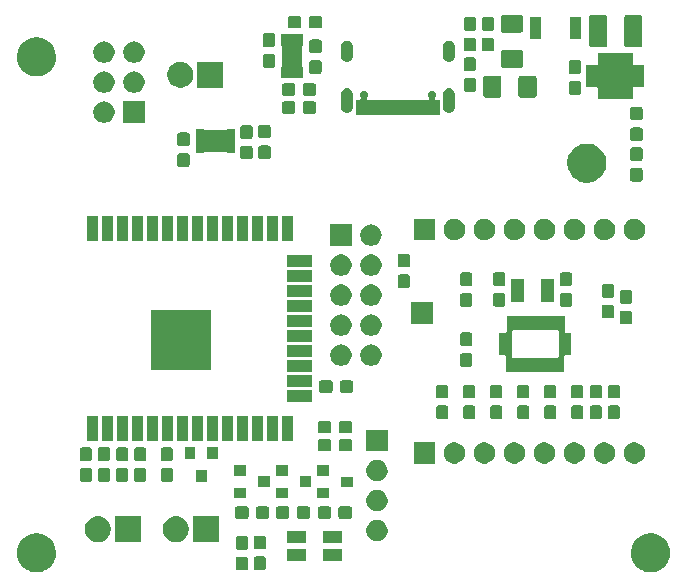
<source format=gbr>
G04 #@! TF.GenerationSoftware,KiCad,Pcbnew,(5.1.5)-2*
G04 #@! TF.CreationDate,2021-03-29T00:27:03+02:00*
G04 #@! TF.ProjectId,Versie1,56657273-6965-4312-9e6b-696361645f70,rev?*
G04 #@! TF.SameCoordinates,Original*
G04 #@! TF.FileFunction,Soldermask,Top*
G04 #@! TF.FilePolarity,Negative*
%FSLAX46Y46*%
G04 Gerber Fmt 4.6, Leading zero omitted, Abs format (unit mm)*
G04 Created by KiCad (PCBNEW (5.1.5)-2) date 2021-03-29 00:27:03*
%MOMM*%
%LPD*%
G04 APERTURE LIST*
%ADD10C,0.100000*%
G04 APERTURE END LIST*
D10*
G36*
X115375256Y-118391298D02*
G01*
X115481579Y-118412447D01*
X115782042Y-118536903D01*
X116052451Y-118717585D01*
X116282415Y-118947549D01*
X116463097Y-119217958D01*
X116587553Y-119518421D01*
X116606277Y-119612554D01*
X116651000Y-119837389D01*
X116651000Y-120162611D01*
X116619689Y-120320020D01*
X116587553Y-120481579D01*
X116463097Y-120782042D01*
X116282415Y-121052451D01*
X116052451Y-121282415D01*
X115782042Y-121463097D01*
X115782041Y-121463098D01*
X115782040Y-121463098D01*
X115753434Y-121474947D01*
X115481579Y-121587553D01*
X115375256Y-121608702D01*
X115162611Y-121651000D01*
X114837389Y-121651000D01*
X114624744Y-121608702D01*
X114518421Y-121587553D01*
X114246566Y-121474947D01*
X114217960Y-121463098D01*
X114217959Y-121463098D01*
X114217958Y-121463097D01*
X113947549Y-121282415D01*
X113717585Y-121052451D01*
X113536903Y-120782042D01*
X113412447Y-120481579D01*
X113380311Y-120320020D01*
X113349000Y-120162611D01*
X113349000Y-119837389D01*
X113393723Y-119612554D01*
X113412447Y-119518421D01*
X113536903Y-119217958D01*
X113717585Y-118947549D01*
X113947549Y-118717585D01*
X114217958Y-118536903D01*
X114518421Y-118412447D01*
X114624744Y-118391298D01*
X114837389Y-118349000D01*
X115162611Y-118349000D01*
X115375256Y-118391298D01*
G37*
G36*
X63375256Y-118391298D02*
G01*
X63481579Y-118412447D01*
X63782042Y-118536903D01*
X64052451Y-118717585D01*
X64282415Y-118947549D01*
X64463097Y-119217958D01*
X64587553Y-119518421D01*
X64606277Y-119612554D01*
X64651000Y-119837389D01*
X64651000Y-120162611D01*
X64619689Y-120320020D01*
X64587553Y-120481579D01*
X64463097Y-120782042D01*
X64282415Y-121052451D01*
X64052451Y-121282415D01*
X63782042Y-121463097D01*
X63782041Y-121463098D01*
X63782040Y-121463098D01*
X63753434Y-121474947D01*
X63481579Y-121587553D01*
X63375256Y-121608702D01*
X63162611Y-121651000D01*
X62837389Y-121651000D01*
X62624744Y-121608702D01*
X62518421Y-121587553D01*
X62246566Y-121474947D01*
X62217960Y-121463098D01*
X62217959Y-121463098D01*
X62217958Y-121463097D01*
X61947549Y-121282415D01*
X61717585Y-121052451D01*
X61536903Y-120782042D01*
X61412447Y-120481579D01*
X61380311Y-120320020D01*
X61349000Y-120162611D01*
X61349000Y-119837389D01*
X61393723Y-119612554D01*
X61412447Y-119518421D01*
X61536903Y-119217958D01*
X61717585Y-118947549D01*
X61947549Y-118717585D01*
X62217958Y-118536903D01*
X62518421Y-118412447D01*
X62624744Y-118391298D01*
X62837389Y-118349000D01*
X63162611Y-118349000D01*
X63375256Y-118391298D01*
G37*
G36*
X80755499Y-120332445D02*
G01*
X80792995Y-120343820D01*
X80827554Y-120362292D01*
X80857847Y-120387153D01*
X80882708Y-120417446D01*
X80901180Y-120452005D01*
X80912555Y-120489501D01*
X80917000Y-120534638D01*
X80917000Y-121273362D01*
X80912555Y-121318499D01*
X80901180Y-121355995D01*
X80882708Y-121390554D01*
X80857847Y-121420847D01*
X80827554Y-121445708D01*
X80792995Y-121464180D01*
X80755499Y-121475555D01*
X80710362Y-121480000D01*
X80071638Y-121480000D01*
X80026501Y-121475555D01*
X79989005Y-121464180D01*
X79954446Y-121445708D01*
X79924153Y-121420847D01*
X79899292Y-121390554D01*
X79880820Y-121355995D01*
X79869445Y-121318499D01*
X79865000Y-121273362D01*
X79865000Y-120534638D01*
X79869445Y-120489501D01*
X79880820Y-120452005D01*
X79899292Y-120417446D01*
X79924153Y-120387153D01*
X79954446Y-120362292D01*
X79989005Y-120343820D01*
X80026501Y-120332445D01*
X80071638Y-120328000D01*
X80710362Y-120328000D01*
X80755499Y-120332445D01*
G37*
G36*
X82279499Y-120304445D02*
G01*
X82316995Y-120315820D01*
X82351554Y-120334292D01*
X82381847Y-120359153D01*
X82406708Y-120389446D01*
X82425180Y-120424005D01*
X82436555Y-120461501D01*
X82441000Y-120506638D01*
X82441000Y-121245362D01*
X82436555Y-121290499D01*
X82425180Y-121327995D01*
X82406708Y-121362554D01*
X82381847Y-121392847D01*
X82351554Y-121417708D01*
X82316995Y-121436180D01*
X82279499Y-121447555D01*
X82234362Y-121452000D01*
X81595638Y-121452000D01*
X81550501Y-121447555D01*
X81513005Y-121436180D01*
X81478446Y-121417708D01*
X81448153Y-121392847D01*
X81423292Y-121362554D01*
X81404820Y-121327995D01*
X81393445Y-121290499D01*
X81389000Y-121245362D01*
X81389000Y-120506638D01*
X81393445Y-120461501D01*
X81404820Y-120424005D01*
X81423292Y-120389446D01*
X81448153Y-120359153D01*
X81478446Y-120334292D01*
X81513005Y-120315820D01*
X81550501Y-120304445D01*
X81595638Y-120300000D01*
X82234362Y-120300000D01*
X82279499Y-120304445D01*
G37*
G36*
X85801000Y-120643000D02*
G01*
X84199000Y-120643000D01*
X84199000Y-119641000D01*
X85801000Y-119641000D01*
X85801000Y-120643000D01*
G37*
G36*
X88901000Y-120643000D02*
G01*
X87299000Y-120643000D01*
X87299000Y-119641000D01*
X88901000Y-119641000D01*
X88901000Y-120643000D01*
G37*
G36*
X80755499Y-118582445D02*
G01*
X80792995Y-118593820D01*
X80827554Y-118612292D01*
X80857847Y-118637153D01*
X80882708Y-118667446D01*
X80901180Y-118702005D01*
X80912555Y-118739501D01*
X80917000Y-118784638D01*
X80917000Y-119523362D01*
X80912555Y-119568499D01*
X80901180Y-119605995D01*
X80882708Y-119640554D01*
X80857847Y-119670847D01*
X80827554Y-119695708D01*
X80792995Y-119714180D01*
X80755499Y-119725555D01*
X80710362Y-119730000D01*
X80071638Y-119730000D01*
X80026501Y-119725555D01*
X79989005Y-119714180D01*
X79954446Y-119695708D01*
X79924153Y-119670847D01*
X79899292Y-119640554D01*
X79880820Y-119605995D01*
X79869445Y-119568499D01*
X79865000Y-119523362D01*
X79865000Y-118784638D01*
X79869445Y-118739501D01*
X79880820Y-118702005D01*
X79899292Y-118667446D01*
X79924153Y-118637153D01*
X79954446Y-118612292D01*
X79989005Y-118593820D01*
X80026501Y-118582445D01*
X80071638Y-118578000D01*
X80710362Y-118578000D01*
X80755499Y-118582445D01*
G37*
G36*
X82279499Y-118554445D02*
G01*
X82316995Y-118565820D01*
X82351554Y-118584292D01*
X82381847Y-118609153D01*
X82406708Y-118639446D01*
X82425180Y-118674005D01*
X82436555Y-118711501D01*
X82441000Y-118756638D01*
X82441000Y-119495362D01*
X82436555Y-119540499D01*
X82425180Y-119577995D01*
X82406708Y-119612554D01*
X82381847Y-119642847D01*
X82351554Y-119667708D01*
X82316995Y-119686180D01*
X82279499Y-119697555D01*
X82234362Y-119702000D01*
X81595638Y-119702000D01*
X81550501Y-119697555D01*
X81513005Y-119686180D01*
X81478446Y-119667708D01*
X81448153Y-119642847D01*
X81423292Y-119612554D01*
X81404820Y-119577995D01*
X81393445Y-119540499D01*
X81389000Y-119495362D01*
X81389000Y-118756638D01*
X81393445Y-118711501D01*
X81404820Y-118674005D01*
X81423292Y-118639446D01*
X81448153Y-118609153D01*
X81478446Y-118584292D01*
X81513005Y-118565820D01*
X81550501Y-118554445D01*
X81595638Y-118550000D01*
X82234362Y-118550000D01*
X82279499Y-118554445D01*
G37*
G36*
X85801000Y-119143000D02*
G01*
X84199000Y-119143000D01*
X84199000Y-118141000D01*
X85801000Y-118141000D01*
X85801000Y-119143000D01*
G37*
G36*
X88901000Y-119143000D02*
G01*
X87299000Y-119143000D01*
X87299000Y-118141000D01*
X88901000Y-118141000D01*
X88901000Y-119143000D01*
G37*
G36*
X75003484Y-116900309D02*
G01*
X75124150Y-116924311D01*
X75187373Y-116950499D01*
X75324520Y-117007307D01*
X75504844Y-117127795D01*
X75658205Y-117281156D01*
X75778693Y-117461480D01*
X75778693Y-117461481D01*
X75861689Y-117661850D01*
X75904000Y-117874561D01*
X75904000Y-118091439D01*
X75861689Y-118304150D01*
X75833248Y-118372812D01*
X75778693Y-118504520D01*
X75658205Y-118684844D01*
X75504844Y-118838205D01*
X75324520Y-118958693D01*
X75281829Y-118976376D01*
X75124150Y-119041689D01*
X75017794Y-119062845D01*
X74911440Y-119084000D01*
X74694560Y-119084000D01*
X74588206Y-119062845D01*
X74481850Y-119041689D01*
X74324171Y-118976376D01*
X74281480Y-118958693D01*
X74101156Y-118838205D01*
X73947795Y-118684844D01*
X73827307Y-118504520D01*
X73772752Y-118372812D01*
X73744311Y-118304150D01*
X73702000Y-118091439D01*
X73702000Y-117874561D01*
X73744311Y-117661850D01*
X73827307Y-117461481D01*
X73827307Y-117461480D01*
X73947795Y-117281156D01*
X74101156Y-117127795D01*
X74281480Y-117007307D01*
X74418627Y-116950499D01*
X74481850Y-116924311D01*
X74602516Y-116900309D01*
X74694560Y-116882000D01*
X74911440Y-116882000D01*
X75003484Y-116900309D01*
G37*
G36*
X78444000Y-119084000D02*
G01*
X76242000Y-119084000D01*
X76242000Y-116882000D01*
X78444000Y-116882000D01*
X78444000Y-119084000D01*
G37*
G36*
X71840000Y-119084000D02*
G01*
X69638000Y-119084000D01*
X69638000Y-116882000D01*
X71840000Y-116882000D01*
X71840000Y-119084000D01*
G37*
G36*
X68399484Y-116900309D02*
G01*
X68520150Y-116924311D01*
X68583373Y-116950499D01*
X68720520Y-117007307D01*
X68900844Y-117127795D01*
X69054205Y-117281156D01*
X69174693Y-117461480D01*
X69174693Y-117461481D01*
X69257689Y-117661850D01*
X69300000Y-117874561D01*
X69300000Y-118091439D01*
X69257689Y-118304150D01*
X69229248Y-118372812D01*
X69174693Y-118504520D01*
X69054205Y-118684844D01*
X68900844Y-118838205D01*
X68720520Y-118958693D01*
X68677829Y-118976376D01*
X68520150Y-119041689D01*
X68413794Y-119062845D01*
X68307440Y-119084000D01*
X68090560Y-119084000D01*
X67984206Y-119062845D01*
X67877850Y-119041689D01*
X67720171Y-118976376D01*
X67677480Y-118958693D01*
X67497156Y-118838205D01*
X67343795Y-118684844D01*
X67223307Y-118504520D01*
X67168752Y-118372812D01*
X67140311Y-118304150D01*
X67098000Y-118091439D01*
X67098000Y-117874561D01*
X67140311Y-117661850D01*
X67223307Y-117461481D01*
X67223307Y-117461480D01*
X67343795Y-117281156D01*
X67497156Y-117127795D01*
X67677480Y-117007307D01*
X67814627Y-116950499D01*
X67877850Y-116924311D01*
X67998516Y-116900309D01*
X68090560Y-116882000D01*
X68307440Y-116882000D01*
X68399484Y-116900309D01*
G37*
G36*
X91934512Y-117213927D02*
G01*
X92083812Y-117243624D01*
X92247784Y-117311544D01*
X92395354Y-117410147D01*
X92520853Y-117535646D01*
X92619456Y-117683216D01*
X92687376Y-117847188D01*
X92722000Y-118021259D01*
X92722000Y-118198741D01*
X92687376Y-118372812D01*
X92619456Y-118536784D01*
X92520853Y-118684354D01*
X92395354Y-118809853D01*
X92247784Y-118908456D01*
X92083812Y-118976376D01*
X91934512Y-119006073D01*
X91909742Y-119011000D01*
X91732258Y-119011000D01*
X91707488Y-119006073D01*
X91558188Y-118976376D01*
X91394216Y-118908456D01*
X91246646Y-118809853D01*
X91121147Y-118684354D01*
X91022544Y-118536784D01*
X90954624Y-118372812D01*
X90920000Y-118198741D01*
X90920000Y-118021259D01*
X90954624Y-117847188D01*
X91022544Y-117683216D01*
X91121147Y-117535646D01*
X91246646Y-117410147D01*
X91394216Y-117311544D01*
X91558188Y-117243624D01*
X91707488Y-117213927D01*
X91732258Y-117209000D01*
X91909742Y-117209000D01*
X91934512Y-117213927D01*
G37*
G36*
X82555499Y-116064445D02*
G01*
X82592995Y-116075820D01*
X82627554Y-116094292D01*
X82657847Y-116119153D01*
X82682708Y-116149446D01*
X82701180Y-116184005D01*
X82712555Y-116221501D01*
X82717000Y-116266638D01*
X82717000Y-116905362D01*
X82712555Y-116950499D01*
X82701180Y-116987995D01*
X82682708Y-117022554D01*
X82657847Y-117052847D01*
X82627554Y-117077708D01*
X82592995Y-117096180D01*
X82555499Y-117107555D01*
X82510362Y-117112000D01*
X81771638Y-117112000D01*
X81726501Y-117107555D01*
X81689005Y-117096180D01*
X81654446Y-117077708D01*
X81624153Y-117052847D01*
X81599292Y-117022554D01*
X81580820Y-116987995D01*
X81569445Y-116950499D01*
X81565000Y-116905362D01*
X81565000Y-116266638D01*
X81569445Y-116221501D01*
X81580820Y-116184005D01*
X81599292Y-116149446D01*
X81624153Y-116119153D01*
X81654446Y-116094292D01*
X81689005Y-116075820D01*
X81726501Y-116064445D01*
X81771638Y-116060000D01*
X82510362Y-116060000D01*
X82555499Y-116064445D01*
G37*
G36*
X87804499Y-116064445D02*
G01*
X87841995Y-116075820D01*
X87876554Y-116094292D01*
X87906847Y-116119153D01*
X87931708Y-116149446D01*
X87950180Y-116184005D01*
X87961555Y-116221501D01*
X87966000Y-116266638D01*
X87966000Y-116905362D01*
X87961555Y-116950499D01*
X87950180Y-116987995D01*
X87931708Y-117022554D01*
X87906847Y-117052847D01*
X87876554Y-117077708D01*
X87841995Y-117096180D01*
X87804499Y-117107555D01*
X87759362Y-117112000D01*
X87020638Y-117112000D01*
X86975501Y-117107555D01*
X86938005Y-117096180D01*
X86903446Y-117077708D01*
X86873153Y-117052847D01*
X86848292Y-117022554D01*
X86829820Y-116987995D01*
X86818445Y-116950499D01*
X86814000Y-116905362D01*
X86814000Y-116266638D01*
X86818445Y-116221501D01*
X86829820Y-116184005D01*
X86848292Y-116149446D01*
X86873153Y-116119153D01*
X86903446Y-116094292D01*
X86938005Y-116075820D01*
X86975501Y-116064445D01*
X87020638Y-116060000D01*
X87759362Y-116060000D01*
X87804499Y-116064445D01*
G37*
G36*
X89554499Y-116064445D02*
G01*
X89591995Y-116075820D01*
X89626554Y-116094292D01*
X89656847Y-116119153D01*
X89681708Y-116149446D01*
X89700180Y-116184005D01*
X89711555Y-116221501D01*
X89716000Y-116266638D01*
X89716000Y-116905362D01*
X89711555Y-116950499D01*
X89700180Y-116987995D01*
X89681708Y-117022554D01*
X89656847Y-117052847D01*
X89626554Y-117077708D01*
X89591995Y-117096180D01*
X89554499Y-117107555D01*
X89509362Y-117112000D01*
X88770638Y-117112000D01*
X88725501Y-117107555D01*
X88688005Y-117096180D01*
X88653446Y-117077708D01*
X88623153Y-117052847D01*
X88598292Y-117022554D01*
X88579820Y-116987995D01*
X88568445Y-116950499D01*
X88564000Y-116905362D01*
X88564000Y-116266638D01*
X88568445Y-116221501D01*
X88579820Y-116184005D01*
X88598292Y-116149446D01*
X88623153Y-116119153D01*
X88653446Y-116094292D01*
X88688005Y-116075820D01*
X88725501Y-116064445D01*
X88770638Y-116060000D01*
X89509362Y-116060000D01*
X89554499Y-116064445D01*
G37*
G36*
X80805499Y-116064445D02*
G01*
X80842995Y-116075820D01*
X80877554Y-116094292D01*
X80907847Y-116119153D01*
X80932708Y-116149446D01*
X80951180Y-116184005D01*
X80962555Y-116221501D01*
X80967000Y-116266638D01*
X80967000Y-116905362D01*
X80962555Y-116950499D01*
X80951180Y-116987995D01*
X80932708Y-117022554D01*
X80907847Y-117052847D01*
X80877554Y-117077708D01*
X80842995Y-117096180D01*
X80805499Y-117107555D01*
X80760362Y-117112000D01*
X80021638Y-117112000D01*
X79976501Y-117107555D01*
X79939005Y-117096180D01*
X79904446Y-117077708D01*
X79874153Y-117052847D01*
X79849292Y-117022554D01*
X79830820Y-116987995D01*
X79819445Y-116950499D01*
X79815000Y-116905362D01*
X79815000Y-116266638D01*
X79819445Y-116221501D01*
X79830820Y-116184005D01*
X79849292Y-116149446D01*
X79874153Y-116119153D01*
X79904446Y-116094292D01*
X79939005Y-116075820D01*
X79976501Y-116064445D01*
X80021638Y-116060000D01*
X80760362Y-116060000D01*
X80805499Y-116064445D01*
G37*
G36*
X84262499Y-116064445D02*
G01*
X84299995Y-116075820D01*
X84334554Y-116094292D01*
X84364847Y-116119153D01*
X84389708Y-116149446D01*
X84408180Y-116184005D01*
X84419555Y-116221501D01*
X84424000Y-116266638D01*
X84424000Y-116905362D01*
X84419555Y-116950499D01*
X84408180Y-116987995D01*
X84389708Y-117022554D01*
X84364847Y-117052847D01*
X84334554Y-117077708D01*
X84299995Y-117096180D01*
X84262499Y-117107555D01*
X84217362Y-117112000D01*
X83478638Y-117112000D01*
X83433501Y-117107555D01*
X83396005Y-117096180D01*
X83361446Y-117077708D01*
X83331153Y-117052847D01*
X83306292Y-117022554D01*
X83287820Y-116987995D01*
X83276445Y-116950499D01*
X83272000Y-116905362D01*
X83272000Y-116266638D01*
X83276445Y-116221501D01*
X83287820Y-116184005D01*
X83306292Y-116149446D01*
X83331153Y-116119153D01*
X83361446Y-116094292D01*
X83396005Y-116075820D01*
X83433501Y-116064445D01*
X83478638Y-116060000D01*
X84217362Y-116060000D01*
X84262499Y-116064445D01*
G37*
G36*
X86012499Y-116064445D02*
G01*
X86049995Y-116075820D01*
X86084554Y-116094292D01*
X86114847Y-116119153D01*
X86139708Y-116149446D01*
X86158180Y-116184005D01*
X86169555Y-116221501D01*
X86174000Y-116266638D01*
X86174000Y-116905362D01*
X86169555Y-116950499D01*
X86158180Y-116987995D01*
X86139708Y-117022554D01*
X86114847Y-117052847D01*
X86084554Y-117077708D01*
X86049995Y-117096180D01*
X86012499Y-117107555D01*
X85967362Y-117112000D01*
X85228638Y-117112000D01*
X85183501Y-117107555D01*
X85146005Y-117096180D01*
X85111446Y-117077708D01*
X85081153Y-117052847D01*
X85056292Y-117022554D01*
X85037820Y-116987995D01*
X85026445Y-116950499D01*
X85022000Y-116905362D01*
X85022000Y-116266638D01*
X85026445Y-116221501D01*
X85037820Y-116184005D01*
X85056292Y-116149446D01*
X85081153Y-116119153D01*
X85111446Y-116094292D01*
X85146005Y-116075820D01*
X85183501Y-116064445D01*
X85228638Y-116060000D01*
X85967362Y-116060000D01*
X86012499Y-116064445D01*
G37*
G36*
X91934512Y-114673927D02*
G01*
X92083812Y-114703624D01*
X92247784Y-114771544D01*
X92395354Y-114870147D01*
X92520853Y-114995646D01*
X92619456Y-115143216D01*
X92687376Y-115307188D01*
X92722000Y-115481259D01*
X92722000Y-115658741D01*
X92687376Y-115832812D01*
X92619456Y-115996784D01*
X92520853Y-116144354D01*
X92395354Y-116269853D01*
X92247784Y-116368456D01*
X92083812Y-116436376D01*
X91934512Y-116466073D01*
X91909742Y-116471000D01*
X91732258Y-116471000D01*
X91707488Y-116466073D01*
X91558188Y-116436376D01*
X91394216Y-116368456D01*
X91246646Y-116269853D01*
X91121147Y-116144354D01*
X91022544Y-115996784D01*
X90954624Y-115832812D01*
X90920000Y-115658741D01*
X90920000Y-115481259D01*
X90954624Y-115307188D01*
X91022544Y-115143216D01*
X91121147Y-114995646D01*
X91246646Y-114870147D01*
X91394216Y-114771544D01*
X91558188Y-114703624D01*
X91707488Y-114673927D01*
X91732258Y-114669000D01*
X91909742Y-114669000D01*
X91934512Y-114673927D01*
G37*
G36*
X87766000Y-115386000D02*
G01*
X86764000Y-115386000D01*
X86764000Y-114484000D01*
X87766000Y-114484000D01*
X87766000Y-115386000D01*
G37*
G36*
X80765000Y-115381000D02*
G01*
X79763000Y-115381000D01*
X79763000Y-114479000D01*
X80765000Y-114479000D01*
X80765000Y-115381000D01*
G37*
G36*
X84273500Y-115381000D02*
G01*
X83271500Y-115381000D01*
X83271500Y-114479000D01*
X84273500Y-114479000D01*
X84273500Y-115381000D01*
G37*
G36*
X89766000Y-114436000D02*
G01*
X88764000Y-114436000D01*
X88764000Y-113534000D01*
X89766000Y-113534000D01*
X89766000Y-114436000D01*
G37*
G36*
X82765000Y-114431000D02*
G01*
X81763000Y-114431000D01*
X81763000Y-113529000D01*
X82765000Y-113529000D01*
X82765000Y-114431000D01*
G37*
G36*
X86273500Y-114431000D02*
G01*
X85271500Y-114431000D01*
X85271500Y-113529000D01*
X86273500Y-113529000D01*
X86273500Y-114431000D01*
G37*
G36*
X77413000Y-114023000D02*
G01*
X76511000Y-114023000D01*
X76511000Y-113021000D01*
X77413000Y-113021000D01*
X77413000Y-114023000D01*
G37*
G36*
X74405499Y-112825445D02*
G01*
X74442995Y-112836820D01*
X74477554Y-112855292D01*
X74507847Y-112880153D01*
X74532708Y-112910446D01*
X74551180Y-112945005D01*
X74562555Y-112982501D01*
X74567000Y-113027638D01*
X74567000Y-113766362D01*
X74562555Y-113811499D01*
X74551180Y-113848995D01*
X74532708Y-113883554D01*
X74507847Y-113913847D01*
X74477554Y-113938708D01*
X74442995Y-113957180D01*
X74405499Y-113968555D01*
X74360362Y-113973000D01*
X73721638Y-113973000D01*
X73676501Y-113968555D01*
X73639005Y-113957180D01*
X73604446Y-113938708D01*
X73574153Y-113913847D01*
X73549292Y-113883554D01*
X73530820Y-113848995D01*
X73519445Y-113811499D01*
X73515000Y-113766362D01*
X73515000Y-113027638D01*
X73519445Y-112982501D01*
X73530820Y-112945005D01*
X73549292Y-112910446D01*
X73574153Y-112880153D01*
X73604446Y-112855292D01*
X73639005Y-112836820D01*
X73676501Y-112825445D01*
X73721638Y-112821000D01*
X74360362Y-112821000D01*
X74405499Y-112825445D01*
G37*
G36*
X72136499Y-112825445D02*
G01*
X72173995Y-112836820D01*
X72208554Y-112855292D01*
X72238847Y-112880153D01*
X72263708Y-112910446D01*
X72282180Y-112945005D01*
X72293555Y-112982501D01*
X72298000Y-113027638D01*
X72298000Y-113766362D01*
X72293555Y-113811499D01*
X72282180Y-113848995D01*
X72263708Y-113883554D01*
X72238847Y-113913847D01*
X72208554Y-113938708D01*
X72173995Y-113957180D01*
X72136499Y-113968555D01*
X72091362Y-113973000D01*
X71452638Y-113973000D01*
X71407501Y-113968555D01*
X71370005Y-113957180D01*
X71335446Y-113938708D01*
X71305153Y-113913847D01*
X71280292Y-113883554D01*
X71261820Y-113848995D01*
X71250445Y-113811499D01*
X71246000Y-113766362D01*
X71246000Y-113027638D01*
X71250445Y-112982501D01*
X71261820Y-112945005D01*
X71280292Y-112910446D01*
X71305153Y-112880153D01*
X71335446Y-112855292D01*
X71370005Y-112836820D01*
X71407501Y-112825445D01*
X71452638Y-112821000D01*
X72091362Y-112821000D01*
X72136499Y-112825445D01*
G37*
G36*
X70612499Y-112825445D02*
G01*
X70649995Y-112836820D01*
X70684554Y-112855292D01*
X70714847Y-112880153D01*
X70739708Y-112910446D01*
X70758180Y-112945005D01*
X70769555Y-112982501D01*
X70774000Y-113027638D01*
X70774000Y-113766362D01*
X70769555Y-113811499D01*
X70758180Y-113848995D01*
X70739708Y-113883554D01*
X70714847Y-113913847D01*
X70684554Y-113938708D01*
X70649995Y-113957180D01*
X70612499Y-113968555D01*
X70567362Y-113973000D01*
X69928638Y-113973000D01*
X69883501Y-113968555D01*
X69846005Y-113957180D01*
X69811446Y-113938708D01*
X69781153Y-113913847D01*
X69756292Y-113883554D01*
X69737820Y-113848995D01*
X69726445Y-113811499D01*
X69722000Y-113766362D01*
X69722000Y-113027638D01*
X69726445Y-112982501D01*
X69737820Y-112945005D01*
X69756292Y-112910446D01*
X69781153Y-112880153D01*
X69811446Y-112855292D01*
X69846005Y-112836820D01*
X69883501Y-112825445D01*
X69928638Y-112821000D01*
X70567362Y-112821000D01*
X70612499Y-112825445D01*
G37*
G36*
X67547499Y-112825445D02*
G01*
X67584995Y-112836820D01*
X67619554Y-112855292D01*
X67649847Y-112880153D01*
X67674708Y-112910446D01*
X67693180Y-112945005D01*
X67704555Y-112982501D01*
X67709000Y-113027638D01*
X67709000Y-113766362D01*
X67704555Y-113811499D01*
X67693180Y-113848995D01*
X67674708Y-113883554D01*
X67649847Y-113913847D01*
X67619554Y-113938708D01*
X67584995Y-113957180D01*
X67547499Y-113968555D01*
X67502362Y-113973000D01*
X66863638Y-113973000D01*
X66818501Y-113968555D01*
X66781005Y-113957180D01*
X66746446Y-113938708D01*
X66716153Y-113913847D01*
X66691292Y-113883554D01*
X66672820Y-113848995D01*
X66661445Y-113811499D01*
X66657000Y-113766362D01*
X66657000Y-113027638D01*
X66661445Y-112982501D01*
X66672820Y-112945005D01*
X66691292Y-112910446D01*
X66716153Y-112880153D01*
X66746446Y-112855292D01*
X66781005Y-112836820D01*
X66818501Y-112825445D01*
X66863638Y-112821000D01*
X67502362Y-112821000D01*
X67547499Y-112825445D01*
G37*
G36*
X69071499Y-112811445D02*
G01*
X69108995Y-112822820D01*
X69143554Y-112841292D01*
X69173847Y-112866153D01*
X69198708Y-112896446D01*
X69217180Y-112931005D01*
X69228555Y-112968501D01*
X69233000Y-113013638D01*
X69233000Y-113752362D01*
X69228555Y-113797499D01*
X69217180Y-113834995D01*
X69198708Y-113869554D01*
X69173847Y-113899847D01*
X69143554Y-113924708D01*
X69108995Y-113943180D01*
X69071499Y-113954555D01*
X69026362Y-113959000D01*
X68387638Y-113959000D01*
X68342501Y-113954555D01*
X68305005Y-113943180D01*
X68270446Y-113924708D01*
X68240153Y-113899847D01*
X68215292Y-113869554D01*
X68196820Y-113834995D01*
X68185445Y-113797499D01*
X68181000Y-113752362D01*
X68181000Y-113013638D01*
X68185445Y-112968501D01*
X68196820Y-112931005D01*
X68215292Y-112896446D01*
X68240153Y-112866153D01*
X68270446Y-112841292D01*
X68305005Y-112822820D01*
X68342501Y-112811445D01*
X68387638Y-112807000D01*
X69026362Y-112807000D01*
X69071499Y-112811445D01*
G37*
G36*
X91924668Y-112131969D02*
G01*
X92083812Y-112163624D01*
X92247784Y-112231544D01*
X92395354Y-112330147D01*
X92520853Y-112455646D01*
X92619456Y-112603216D01*
X92687376Y-112767188D01*
X92715871Y-112910446D01*
X92719961Y-112931005D01*
X92722000Y-112941259D01*
X92722000Y-113118741D01*
X92687376Y-113292812D01*
X92619456Y-113456784D01*
X92520853Y-113604354D01*
X92395354Y-113729853D01*
X92247784Y-113828456D01*
X92083812Y-113896376D01*
X91941374Y-113924708D01*
X91909742Y-113931000D01*
X91732258Y-113931000D01*
X91700626Y-113924708D01*
X91558188Y-113896376D01*
X91394216Y-113828456D01*
X91246646Y-113729853D01*
X91121147Y-113604354D01*
X91022544Y-113456784D01*
X90954624Y-113292812D01*
X90920000Y-113118741D01*
X90920000Y-112941259D01*
X90922040Y-112931005D01*
X90926129Y-112910446D01*
X90954624Y-112767188D01*
X91022544Y-112603216D01*
X91121147Y-112455646D01*
X91246646Y-112330147D01*
X91394216Y-112231544D01*
X91558188Y-112163624D01*
X91717332Y-112131969D01*
X91732258Y-112129000D01*
X91909742Y-112129000D01*
X91924668Y-112131969D01*
G37*
G36*
X87766000Y-113486000D02*
G01*
X86764000Y-113486000D01*
X86764000Y-112584000D01*
X87766000Y-112584000D01*
X87766000Y-113486000D01*
G37*
G36*
X84273500Y-113481000D02*
G01*
X83271500Y-113481000D01*
X83271500Y-112579000D01*
X84273500Y-112579000D01*
X84273500Y-113481000D01*
G37*
G36*
X80765000Y-113481000D02*
G01*
X79763000Y-113481000D01*
X79763000Y-112579000D01*
X80765000Y-112579000D01*
X80765000Y-113481000D01*
G37*
G36*
X96736000Y-112437500D02*
G01*
X94934000Y-112437500D01*
X94934000Y-110635500D01*
X96736000Y-110635500D01*
X96736000Y-112437500D01*
G37*
G36*
X103568512Y-110640427D02*
G01*
X103717812Y-110670124D01*
X103881784Y-110738044D01*
X104029354Y-110836647D01*
X104154853Y-110962146D01*
X104253456Y-111109716D01*
X104321376Y-111273688D01*
X104356000Y-111447759D01*
X104356000Y-111625241D01*
X104321376Y-111799312D01*
X104253456Y-111963284D01*
X104154853Y-112110854D01*
X104029354Y-112236353D01*
X103881784Y-112334956D01*
X103717812Y-112402876D01*
X103568512Y-112432573D01*
X103543742Y-112437500D01*
X103366258Y-112437500D01*
X103341488Y-112432573D01*
X103192188Y-112402876D01*
X103028216Y-112334956D01*
X102880646Y-112236353D01*
X102755147Y-112110854D01*
X102656544Y-111963284D01*
X102588624Y-111799312D01*
X102554000Y-111625241D01*
X102554000Y-111447759D01*
X102588624Y-111273688D01*
X102656544Y-111109716D01*
X102755147Y-110962146D01*
X102880646Y-110836647D01*
X103028216Y-110738044D01*
X103192188Y-110670124D01*
X103341488Y-110640427D01*
X103366258Y-110635500D01*
X103543742Y-110635500D01*
X103568512Y-110640427D01*
G37*
G36*
X101028512Y-110640427D02*
G01*
X101177812Y-110670124D01*
X101341784Y-110738044D01*
X101489354Y-110836647D01*
X101614853Y-110962146D01*
X101713456Y-111109716D01*
X101781376Y-111273688D01*
X101816000Y-111447759D01*
X101816000Y-111625241D01*
X101781376Y-111799312D01*
X101713456Y-111963284D01*
X101614853Y-112110854D01*
X101489354Y-112236353D01*
X101341784Y-112334956D01*
X101177812Y-112402876D01*
X101028512Y-112432573D01*
X101003742Y-112437500D01*
X100826258Y-112437500D01*
X100801488Y-112432573D01*
X100652188Y-112402876D01*
X100488216Y-112334956D01*
X100340646Y-112236353D01*
X100215147Y-112110854D01*
X100116544Y-111963284D01*
X100048624Y-111799312D01*
X100014000Y-111625241D01*
X100014000Y-111447759D01*
X100048624Y-111273688D01*
X100116544Y-111109716D01*
X100215147Y-110962146D01*
X100340646Y-110836647D01*
X100488216Y-110738044D01*
X100652188Y-110670124D01*
X100801488Y-110640427D01*
X100826258Y-110635500D01*
X101003742Y-110635500D01*
X101028512Y-110640427D01*
G37*
G36*
X98488512Y-110640427D02*
G01*
X98637812Y-110670124D01*
X98801784Y-110738044D01*
X98949354Y-110836647D01*
X99074853Y-110962146D01*
X99173456Y-111109716D01*
X99241376Y-111273688D01*
X99276000Y-111447759D01*
X99276000Y-111625241D01*
X99241376Y-111799312D01*
X99173456Y-111963284D01*
X99074853Y-112110854D01*
X98949354Y-112236353D01*
X98801784Y-112334956D01*
X98637812Y-112402876D01*
X98488512Y-112432573D01*
X98463742Y-112437500D01*
X98286258Y-112437500D01*
X98261488Y-112432573D01*
X98112188Y-112402876D01*
X97948216Y-112334956D01*
X97800646Y-112236353D01*
X97675147Y-112110854D01*
X97576544Y-111963284D01*
X97508624Y-111799312D01*
X97474000Y-111625241D01*
X97474000Y-111447759D01*
X97508624Y-111273688D01*
X97576544Y-111109716D01*
X97675147Y-110962146D01*
X97800646Y-110836647D01*
X97948216Y-110738044D01*
X98112188Y-110670124D01*
X98261488Y-110640427D01*
X98286258Y-110635500D01*
X98463742Y-110635500D01*
X98488512Y-110640427D01*
G37*
G36*
X113728512Y-110640427D02*
G01*
X113877812Y-110670124D01*
X114041784Y-110738044D01*
X114189354Y-110836647D01*
X114314853Y-110962146D01*
X114413456Y-111109716D01*
X114481376Y-111273688D01*
X114516000Y-111447759D01*
X114516000Y-111625241D01*
X114481376Y-111799312D01*
X114413456Y-111963284D01*
X114314853Y-112110854D01*
X114189354Y-112236353D01*
X114041784Y-112334956D01*
X113877812Y-112402876D01*
X113728512Y-112432573D01*
X113703742Y-112437500D01*
X113526258Y-112437500D01*
X113501488Y-112432573D01*
X113352188Y-112402876D01*
X113188216Y-112334956D01*
X113040646Y-112236353D01*
X112915147Y-112110854D01*
X112816544Y-111963284D01*
X112748624Y-111799312D01*
X112714000Y-111625241D01*
X112714000Y-111447759D01*
X112748624Y-111273688D01*
X112816544Y-111109716D01*
X112915147Y-110962146D01*
X113040646Y-110836647D01*
X113188216Y-110738044D01*
X113352188Y-110670124D01*
X113501488Y-110640427D01*
X113526258Y-110635500D01*
X113703742Y-110635500D01*
X113728512Y-110640427D01*
G37*
G36*
X111188512Y-110640427D02*
G01*
X111337812Y-110670124D01*
X111501784Y-110738044D01*
X111649354Y-110836647D01*
X111774853Y-110962146D01*
X111873456Y-111109716D01*
X111941376Y-111273688D01*
X111976000Y-111447759D01*
X111976000Y-111625241D01*
X111941376Y-111799312D01*
X111873456Y-111963284D01*
X111774853Y-112110854D01*
X111649354Y-112236353D01*
X111501784Y-112334956D01*
X111337812Y-112402876D01*
X111188512Y-112432573D01*
X111163742Y-112437500D01*
X110986258Y-112437500D01*
X110961488Y-112432573D01*
X110812188Y-112402876D01*
X110648216Y-112334956D01*
X110500646Y-112236353D01*
X110375147Y-112110854D01*
X110276544Y-111963284D01*
X110208624Y-111799312D01*
X110174000Y-111625241D01*
X110174000Y-111447759D01*
X110208624Y-111273688D01*
X110276544Y-111109716D01*
X110375147Y-110962146D01*
X110500646Y-110836647D01*
X110648216Y-110738044D01*
X110812188Y-110670124D01*
X110961488Y-110640427D01*
X110986258Y-110635500D01*
X111163742Y-110635500D01*
X111188512Y-110640427D01*
G37*
G36*
X108648512Y-110640427D02*
G01*
X108797812Y-110670124D01*
X108961784Y-110738044D01*
X109109354Y-110836647D01*
X109234853Y-110962146D01*
X109333456Y-111109716D01*
X109401376Y-111273688D01*
X109436000Y-111447759D01*
X109436000Y-111625241D01*
X109401376Y-111799312D01*
X109333456Y-111963284D01*
X109234853Y-112110854D01*
X109109354Y-112236353D01*
X108961784Y-112334956D01*
X108797812Y-112402876D01*
X108648512Y-112432573D01*
X108623742Y-112437500D01*
X108446258Y-112437500D01*
X108421488Y-112432573D01*
X108272188Y-112402876D01*
X108108216Y-112334956D01*
X107960646Y-112236353D01*
X107835147Y-112110854D01*
X107736544Y-111963284D01*
X107668624Y-111799312D01*
X107634000Y-111625241D01*
X107634000Y-111447759D01*
X107668624Y-111273688D01*
X107736544Y-111109716D01*
X107835147Y-110962146D01*
X107960646Y-110836647D01*
X108108216Y-110738044D01*
X108272188Y-110670124D01*
X108421488Y-110640427D01*
X108446258Y-110635500D01*
X108623742Y-110635500D01*
X108648512Y-110640427D01*
G37*
G36*
X106108512Y-110640427D02*
G01*
X106257812Y-110670124D01*
X106421784Y-110738044D01*
X106569354Y-110836647D01*
X106694853Y-110962146D01*
X106793456Y-111109716D01*
X106861376Y-111273688D01*
X106896000Y-111447759D01*
X106896000Y-111625241D01*
X106861376Y-111799312D01*
X106793456Y-111963284D01*
X106694853Y-112110854D01*
X106569354Y-112236353D01*
X106421784Y-112334956D01*
X106257812Y-112402876D01*
X106108512Y-112432573D01*
X106083742Y-112437500D01*
X105906258Y-112437500D01*
X105881488Y-112432573D01*
X105732188Y-112402876D01*
X105568216Y-112334956D01*
X105420646Y-112236353D01*
X105295147Y-112110854D01*
X105196544Y-111963284D01*
X105128624Y-111799312D01*
X105094000Y-111625241D01*
X105094000Y-111447759D01*
X105128624Y-111273688D01*
X105196544Y-111109716D01*
X105295147Y-110962146D01*
X105420646Y-110836647D01*
X105568216Y-110738044D01*
X105732188Y-110670124D01*
X105881488Y-110640427D01*
X105906258Y-110635500D01*
X106083742Y-110635500D01*
X106108512Y-110640427D01*
G37*
G36*
X74405499Y-111075445D02*
G01*
X74442995Y-111086820D01*
X74477554Y-111105292D01*
X74507847Y-111130153D01*
X74532708Y-111160446D01*
X74551180Y-111195005D01*
X74562555Y-111232501D01*
X74567000Y-111277638D01*
X74567000Y-112016362D01*
X74562555Y-112061499D01*
X74551180Y-112098995D01*
X74532708Y-112133554D01*
X74507847Y-112163847D01*
X74477554Y-112188708D01*
X74442995Y-112207180D01*
X74405499Y-112218555D01*
X74360362Y-112223000D01*
X73721638Y-112223000D01*
X73676501Y-112218555D01*
X73639005Y-112207180D01*
X73604446Y-112188708D01*
X73574153Y-112163847D01*
X73549292Y-112133554D01*
X73530820Y-112098995D01*
X73519445Y-112061499D01*
X73515000Y-112016362D01*
X73515000Y-111277638D01*
X73519445Y-111232501D01*
X73530820Y-111195005D01*
X73549292Y-111160446D01*
X73574153Y-111130153D01*
X73604446Y-111105292D01*
X73639005Y-111086820D01*
X73676501Y-111075445D01*
X73721638Y-111071000D01*
X74360362Y-111071000D01*
X74405499Y-111075445D01*
G37*
G36*
X67547499Y-111075445D02*
G01*
X67584995Y-111086820D01*
X67619554Y-111105292D01*
X67649847Y-111130153D01*
X67674708Y-111160446D01*
X67693180Y-111195005D01*
X67704555Y-111232501D01*
X67709000Y-111277638D01*
X67709000Y-112016362D01*
X67704555Y-112061499D01*
X67693180Y-112098995D01*
X67674708Y-112133554D01*
X67649847Y-112163847D01*
X67619554Y-112188708D01*
X67584995Y-112207180D01*
X67547499Y-112218555D01*
X67502362Y-112223000D01*
X66863638Y-112223000D01*
X66818501Y-112218555D01*
X66781005Y-112207180D01*
X66746446Y-112188708D01*
X66716153Y-112163847D01*
X66691292Y-112133554D01*
X66672820Y-112098995D01*
X66661445Y-112061499D01*
X66657000Y-112016362D01*
X66657000Y-111277638D01*
X66661445Y-111232501D01*
X66672820Y-111195005D01*
X66691292Y-111160446D01*
X66716153Y-111130153D01*
X66746446Y-111105292D01*
X66781005Y-111086820D01*
X66818501Y-111075445D01*
X66863638Y-111071000D01*
X67502362Y-111071000D01*
X67547499Y-111075445D01*
G37*
G36*
X70612499Y-111075445D02*
G01*
X70649995Y-111086820D01*
X70684554Y-111105292D01*
X70714847Y-111130153D01*
X70739708Y-111160446D01*
X70758180Y-111195005D01*
X70769555Y-111232501D01*
X70774000Y-111277638D01*
X70774000Y-112016362D01*
X70769555Y-112061499D01*
X70758180Y-112098995D01*
X70739708Y-112133554D01*
X70714847Y-112163847D01*
X70684554Y-112188708D01*
X70649995Y-112207180D01*
X70612499Y-112218555D01*
X70567362Y-112223000D01*
X69928638Y-112223000D01*
X69883501Y-112218555D01*
X69846005Y-112207180D01*
X69811446Y-112188708D01*
X69781153Y-112163847D01*
X69756292Y-112133554D01*
X69737820Y-112098995D01*
X69726445Y-112061499D01*
X69722000Y-112016362D01*
X69722000Y-111277638D01*
X69726445Y-111232501D01*
X69737820Y-111195005D01*
X69756292Y-111160446D01*
X69781153Y-111130153D01*
X69811446Y-111105292D01*
X69846005Y-111086820D01*
X69883501Y-111075445D01*
X69928638Y-111071000D01*
X70567362Y-111071000D01*
X70612499Y-111075445D01*
G37*
G36*
X72136499Y-111075445D02*
G01*
X72173995Y-111086820D01*
X72208554Y-111105292D01*
X72238847Y-111130153D01*
X72263708Y-111160446D01*
X72282180Y-111195005D01*
X72293555Y-111232501D01*
X72298000Y-111277638D01*
X72298000Y-112016362D01*
X72293555Y-112061499D01*
X72282180Y-112098995D01*
X72263708Y-112133554D01*
X72238847Y-112163847D01*
X72208554Y-112188708D01*
X72173995Y-112207180D01*
X72136499Y-112218555D01*
X72091362Y-112223000D01*
X71452638Y-112223000D01*
X71407501Y-112218555D01*
X71370005Y-112207180D01*
X71335446Y-112188708D01*
X71305153Y-112163847D01*
X71280292Y-112133554D01*
X71261820Y-112098995D01*
X71250445Y-112061499D01*
X71246000Y-112016362D01*
X71246000Y-111277638D01*
X71250445Y-111232501D01*
X71261820Y-111195005D01*
X71280292Y-111160446D01*
X71305153Y-111130153D01*
X71335446Y-111105292D01*
X71370005Y-111086820D01*
X71407501Y-111075445D01*
X71452638Y-111071000D01*
X72091362Y-111071000D01*
X72136499Y-111075445D01*
G37*
G36*
X69071499Y-111061445D02*
G01*
X69108995Y-111072820D01*
X69143554Y-111091292D01*
X69173847Y-111116153D01*
X69198708Y-111146446D01*
X69217180Y-111181005D01*
X69228555Y-111218501D01*
X69233000Y-111263638D01*
X69233000Y-112002362D01*
X69228555Y-112047499D01*
X69217180Y-112084995D01*
X69198708Y-112119554D01*
X69173847Y-112149847D01*
X69143554Y-112174708D01*
X69108995Y-112193180D01*
X69071499Y-112204555D01*
X69026362Y-112209000D01*
X68387638Y-112209000D01*
X68342501Y-112204555D01*
X68305005Y-112193180D01*
X68270446Y-112174708D01*
X68240153Y-112149847D01*
X68215292Y-112119554D01*
X68196820Y-112084995D01*
X68185445Y-112047499D01*
X68181000Y-112002362D01*
X68181000Y-111263638D01*
X68185445Y-111218501D01*
X68196820Y-111181005D01*
X68215292Y-111146446D01*
X68240153Y-111116153D01*
X68270446Y-111091292D01*
X68305005Y-111072820D01*
X68342501Y-111061445D01*
X68387638Y-111057000D01*
X69026362Y-111057000D01*
X69071499Y-111061445D01*
G37*
G36*
X76463000Y-112023000D02*
G01*
X75561000Y-112023000D01*
X75561000Y-111021000D01*
X76463000Y-111021000D01*
X76463000Y-112023000D01*
G37*
G36*
X78363000Y-112023000D02*
G01*
X77461000Y-112023000D01*
X77461000Y-111021000D01*
X78363000Y-111021000D01*
X78363000Y-112023000D01*
G37*
G36*
X89568499Y-110349445D02*
G01*
X89605995Y-110360820D01*
X89640554Y-110379292D01*
X89670847Y-110404153D01*
X89695708Y-110434446D01*
X89714180Y-110469005D01*
X89725555Y-110506501D01*
X89730000Y-110551638D01*
X89730000Y-111190362D01*
X89725555Y-111235499D01*
X89714180Y-111272995D01*
X89695708Y-111307554D01*
X89670847Y-111337847D01*
X89640554Y-111362708D01*
X89605995Y-111381180D01*
X89568499Y-111392555D01*
X89523362Y-111397000D01*
X88784638Y-111397000D01*
X88739501Y-111392555D01*
X88702005Y-111381180D01*
X88667446Y-111362708D01*
X88637153Y-111337847D01*
X88612292Y-111307554D01*
X88593820Y-111272995D01*
X88582445Y-111235499D01*
X88578000Y-111190362D01*
X88578000Y-110551638D01*
X88582445Y-110506501D01*
X88593820Y-110469005D01*
X88612292Y-110434446D01*
X88637153Y-110404153D01*
X88667446Y-110379292D01*
X88702005Y-110360820D01*
X88739501Y-110349445D01*
X88784638Y-110345000D01*
X89523362Y-110345000D01*
X89568499Y-110349445D01*
G37*
G36*
X87818499Y-110349445D02*
G01*
X87855995Y-110360820D01*
X87890554Y-110379292D01*
X87920847Y-110404153D01*
X87945708Y-110434446D01*
X87964180Y-110469005D01*
X87975555Y-110506501D01*
X87980000Y-110551638D01*
X87980000Y-111190362D01*
X87975555Y-111235499D01*
X87964180Y-111272995D01*
X87945708Y-111307554D01*
X87920847Y-111337847D01*
X87890554Y-111362708D01*
X87855995Y-111381180D01*
X87818499Y-111392555D01*
X87773362Y-111397000D01*
X87034638Y-111397000D01*
X86989501Y-111392555D01*
X86952005Y-111381180D01*
X86917446Y-111362708D01*
X86887153Y-111337847D01*
X86862292Y-111307554D01*
X86843820Y-111272995D01*
X86832445Y-111235499D01*
X86828000Y-111190362D01*
X86828000Y-110551638D01*
X86832445Y-110506501D01*
X86843820Y-110469005D01*
X86862292Y-110434446D01*
X86887153Y-110404153D01*
X86917446Y-110379292D01*
X86952005Y-110360820D01*
X86989501Y-110349445D01*
X87034638Y-110345000D01*
X87773362Y-110345000D01*
X87818499Y-110349445D01*
G37*
G36*
X92722000Y-111391000D02*
G01*
X90920000Y-111391000D01*
X90920000Y-109589000D01*
X92722000Y-109589000D01*
X92722000Y-111391000D01*
G37*
G36*
X72056000Y-110551000D02*
G01*
X71054000Y-110551000D01*
X71054000Y-108449000D01*
X72056000Y-108449000D01*
X72056000Y-110551000D01*
G37*
G36*
X68246000Y-110551000D02*
G01*
X67244000Y-110551000D01*
X67244000Y-108449000D01*
X68246000Y-108449000D01*
X68246000Y-110551000D01*
G37*
G36*
X69516000Y-110551000D02*
G01*
X68514000Y-110551000D01*
X68514000Y-108449000D01*
X69516000Y-108449000D01*
X69516000Y-110551000D01*
G37*
G36*
X70786000Y-110551000D02*
G01*
X69784000Y-110551000D01*
X69784000Y-108449000D01*
X70786000Y-108449000D01*
X70786000Y-110551000D01*
G37*
G36*
X73326000Y-110551000D02*
G01*
X72324000Y-110551000D01*
X72324000Y-108449000D01*
X73326000Y-108449000D01*
X73326000Y-110551000D01*
G37*
G36*
X84756000Y-110551000D02*
G01*
X83754000Y-110551000D01*
X83754000Y-108449000D01*
X84756000Y-108449000D01*
X84756000Y-110551000D01*
G37*
G36*
X83486000Y-110551000D02*
G01*
X82484000Y-110551000D01*
X82484000Y-108449000D01*
X83486000Y-108449000D01*
X83486000Y-110551000D01*
G37*
G36*
X82216000Y-110551000D02*
G01*
X81214000Y-110551000D01*
X81214000Y-108449000D01*
X82216000Y-108449000D01*
X82216000Y-110551000D01*
G37*
G36*
X80946000Y-110551000D02*
G01*
X79944000Y-110551000D01*
X79944000Y-108449000D01*
X80946000Y-108449000D01*
X80946000Y-110551000D01*
G37*
G36*
X79676000Y-110551000D02*
G01*
X78674000Y-110551000D01*
X78674000Y-108449000D01*
X79676000Y-108449000D01*
X79676000Y-110551000D01*
G37*
G36*
X78406000Y-110551000D02*
G01*
X77404000Y-110551000D01*
X77404000Y-108449000D01*
X78406000Y-108449000D01*
X78406000Y-110551000D01*
G37*
G36*
X77136000Y-110551000D02*
G01*
X76134000Y-110551000D01*
X76134000Y-108449000D01*
X77136000Y-108449000D01*
X77136000Y-110551000D01*
G37*
G36*
X75866000Y-110551000D02*
G01*
X74864000Y-110551000D01*
X74864000Y-108449000D01*
X75866000Y-108449000D01*
X75866000Y-110551000D01*
G37*
G36*
X74596000Y-110551000D02*
G01*
X73594000Y-110551000D01*
X73594000Y-108449000D01*
X74596000Y-108449000D01*
X74596000Y-110551000D01*
G37*
G36*
X87818499Y-108825445D02*
G01*
X87855995Y-108836820D01*
X87890554Y-108855292D01*
X87920847Y-108880153D01*
X87945708Y-108910446D01*
X87964180Y-108945005D01*
X87975555Y-108982501D01*
X87980000Y-109027638D01*
X87980000Y-109666362D01*
X87975555Y-109711499D01*
X87964180Y-109748995D01*
X87945708Y-109783554D01*
X87920847Y-109813847D01*
X87890554Y-109838708D01*
X87855995Y-109857180D01*
X87818499Y-109868555D01*
X87773362Y-109873000D01*
X87034638Y-109873000D01*
X86989501Y-109868555D01*
X86952005Y-109857180D01*
X86917446Y-109838708D01*
X86887153Y-109813847D01*
X86862292Y-109783554D01*
X86843820Y-109748995D01*
X86832445Y-109711499D01*
X86828000Y-109666362D01*
X86828000Y-109027638D01*
X86832445Y-108982501D01*
X86843820Y-108945005D01*
X86862292Y-108910446D01*
X86887153Y-108880153D01*
X86917446Y-108855292D01*
X86952005Y-108836820D01*
X86989501Y-108825445D01*
X87034638Y-108821000D01*
X87773362Y-108821000D01*
X87818499Y-108825445D01*
G37*
G36*
X89568499Y-108825445D02*
G01*
X89605995Y-108836820D01*
X89640554Y-108855292D01*
X89670847Y-108880153D01*
X89695708Y-108910446D01*
X89714180Y-108945005D01*
X89725555Y-108982501D01*
X89730000Y-109027638D01*
X89730000Y-109666362D01*
X89725555Y-109711499D01*
X89714180Y-109748995D01*
X89695708Y-109783554D01*
X89670847Y-109813847D01*
X89640554Y-109838708D01*
X89605995Y-109857180D01*
X89568499Y-109868555D01*
X89523362Y-109873000D01*
X88784638Y-109873000D01*
X88739501Y-109868555D01*
X88702005Y-109857180D01*
X88667446Y-109838708D01*
X88637153Y-109813847D01*
X88612292Y-109783554D01*
X88593820Y-109748995D01*
X88582445Y-109711499D01*
X88578000Y-109666362D01*
X88578000Y-109027638D01*
X88582445Y-108982501D01*
X88593820Y-108945005D01*
X88612292Y-108910446D01*
X88637153Y-108880153D01*
X88667446Y-108855292D01*
X88702005Y-108836820D01*
X88739501Y-108825445D01*
X88784638Y-108821000D01*
X89523362Y-108821000D01*
X89568499Y-108825445D01*
G37*
G36*
X102295499Y-107521945D02*
G01*
X102332995Y-107533320D01*
X102367554Y-107551792D01*
X102397847Y-107576653D01*
X102422708Y-107606946D01*
X102441180Y-107641505D01*
X102452555Y-107679001D01*
X102457000Y-107724138D01*
X102457000Y-108462862D01*
X102452555Y-108507999D01*
X102441180Y-108545495D01*
X102422708Y-108580054D01*
X102397847Y-108610347D01*
X102367554Y-108635208D01*
X102332995Y-108653680D01*
X102295499Y-108665055D01*
X102250362Y-108669500D01*
X101611638Y-108669500D01*
X101566501Y-108665055D01*
X101529005Y-108653680D01*
X101494446Y-108635208D01*
X101464153Y-108610347D01*
X101439292Y-108580054D01*
X101420820Y-108545495D01*
X101409445Y-108507999D01*
X101405000Y-108462862D01*
X101405000Y-107724138D01*
X101409445Y-107679001D01*
X101420820Y-107641505D01*
X101439292Y-107606946D01*
X101464153Y-107576653D01*
X101494446Y-107551792D01*
X101529005Y-107533320D01*
X101566501Y-107521945D01*
X101611638Y-107517500D01*
X102250362Y-107517500D01*
X102295499Y-107521945D01*
G37*
G36*
X97723499Y-107521945D02*
G01*
X97760995Y-107533320D01*
X97795554Y-107551792D01*
X97825847Y-107576653D01*
X97850708Y-107606946D01*
X97869180Y-107641505D01*
X97880555Y-107679001D01*
X97885000Y-107724138D01*
X97885000Y-108462862D01*
X97880555Y-108507999D01*
X97869180Y-108545495D01*
X97850708Y-108580054D01*
X97825847Y-108610347D01*
X97795554Y-108635208D01*
X97760995Y-108653680D01*
X97723499Y-108665055D01*
X97678362Y-108669500D01*
X97039638Y-108669500D01*
X96994501Y-108665055D01*
X96957005Y-108653680D01*
X96922446Y-108635208D01*
X96892153Y-108610347D01*
X96867292Y-108580054D01*
X96848820Y-108545495D01*
X96837445Y-108507999D01*
X96833000Y-108462862D01*
X96833000Y-107724138D01*
X96837445Y-107679001D01*
X96848820Y-107641505D01*
X96867292Y-107606946D01*
X96892153Y-107576653D01*
X96922446Y-107551792D01*
X96957005Y-107533320D01*
X96994501Y-107521945D01*
X97039638Y-107517500D01*
X97678362Y-107517500D01*
X97723499Y-107521945D01*
G37*
G36*
X106867499Y-107521945D02*
G01*
X106904995Y-107533320D01*
X106939554Y-107551792D01*
X106969847Y-107576653D01*
X106994708Y-107606946D01*
X107013180Y-107641505D01*
X107024555Y-107679001D01*
X107029000Y-107724138D01*
X107029000Y-108462862D01*
X107024555Y-108507999D01*
X107013180Y-108545495D01*
X106994708Y-108580054D01*
X106969847Y-108610347D01*
X106939554Y-108635208D01*
X106904995Y-108653680D01*
X106867499Y-108665055D01*
X106822362Y-108669500D01*
X106183638Y-108669500D01*
X106138501Y-108665055D01*
X106101005Y-108653680D01*
X106066446Y-108635208D01*
X106036153Y-108610347D01*
X106011292Y-108580054D01*
X105992820Y-108545495D01*
X105981445Y-108507999D01*
X105977000Y-108462862D01*
X105977000Y-107724138D01*
X105981445Y-107679001D01*
X105992820Y-107641505D01*
X106011292Y-107606946D01*
X106036153Y-107576653D01*
X106066446Y-107551792D01*
X106101005Y-107533320D01*
X106138501Y-107521945D01*
X106183638Y-107517500D01*
X106822362Y-107517500D01*
X106867499Y-107521945D01*
G37*
G36*
X109153499Y-107521945D02*
G01*
X109190995Y-107533320D01*
X109225554Y-107551792D01*
X109255847Y-107576653D01*
X109280708Y-107606946D01*
X109299180Y-107641505D01*
X109310555Y-107679001D01*
X109315000Y-107724138D01*
X109315000Y-108462862D01*
X109310555Y-108507999D01*
X109299180Y-108545495D01*
X109280708Y-108580054D01*
X109255847Y-108610347D01*
X109225554Y-108635208D01*
X109190995Y-108653680D01*
X109153499Y-108665055D01*
X109108362Y-108669500D01*
X108469638Y-108669500D01*
X108424501Y-108665055D01*
X108387005Y-108653680D01*
X108352446Y-108635208D01*
X108322153Y-108610347D01*
X108297292Y-108580054D01*
X108278820Y-108545495D01*
X108267445Y-108507999D01*
X108263000Y-108462862D01*
X108263000Y-107724138D01*
X108267445Y-107679001D01*
X108278820Y-107641505D01*
X108297292Y-107606946D01*
X108322153Y-107576653D01*
X108352446Y-107551792D01*
X108387005Y-107533320D01*
X108424501Y-107521945D01*
X108469638Y-107517500D01*
X109108362Y-107517500D01*
X109153499Y-107521945D01*
G37*
G36*
X110727499Y-107521945D02*
G01*
X110764995Y-107533320D01*
X110799554Y-107551792D01*
X110829847Y-107576653D01*
X110854708Y-107606946D01*
X110873180Y-107641505D01*
X110884555Y-107679001D01*
X110889000Y-107724138D01*
X110889000Y-108462862D01*
X110884555Y-108507999D01*
X110873180Y-108545495D01*
X110854708Y-108580054D01*
X110829847Y-108610347D01*
X110799554Y-108635208D01*
X110764995Y-108653680D01*
X110727499Y-108665055D01*
X110682362Y-108669500D01*
X110043638Y-108669500D01*
X109998501Y-108665055D01*
X109961005Y-108653680D01*
X109926446Y-108635208D01*
X109896153Y-108610347D01*
X109871292Y-108580054D01*
X109852820Y-108545495D01*
X109841445Y-108507999D01*
X109837000Y-108462862D01*
X109837000Y-107724138D01*
X109841445Y-107679001D01*
X109852820Y-107641505D01*
X109871292Y-107606946D01*
X109896153Y-107576653D01*
X109926446Y-107551792D01*
X109961005Y-107533320D01*
X109998501Y-107521945D01*
X110043638Y-107517500D01*
X110682362Y-107517500D01*
X110727499Y-107521945D01*
G37*
G36*
X100009499Y-107521945D02*
G01*
X100046995Y-107533320D01*
X100081554Y-107551792D01*
X100111847Y-107576653D01*
X100136708Y-107606946D01*
X100155180Y-107641505D01*
X100166555Y-107679001D01*
X100171000Y-107724138D01*
X100171000Y-108462862D01*
X100166555Y-108507999D01*
X100155180Y-108545495D01*
X100136708Y-108580054D01*
X100111847Y-108610347D01*
X100081554Y-108635208D01*
X100046995Y-108653680D01*
X100009499Y-108665055D01*
X99964362Y-108669500D01*
X99325638Y-108669500D01*
X99280501Y-108665055D01*
X99243005Y-108653680D01*
X99208446Y-108635208D01*
X99178153Y-108610347D01*
X99153292Y-108580054D01*
X99134820Y-108545495D01*
X99123445Y-108507999D01*
X99119000Y-108462862D01*
X99119000Y-107724138D01*
X99123445Y-107679001D01*
X99134820Y-107641505D01*
X99153292Y-107606946D01*
X99178153Y-107576653D01*
X99208446Y-107551792D01*
X99243005Y-107533320D01*
X99280501Y-107521945D01*
X99325638Y-107517500D01*
X99964362Y-107517500D01*
X100009499Y-107521945D01*
G37*
G36*
X104581499Y-107521945D02*
G01*
X104618995Y-107533320D01*
X104653554Y-107551792D01*
X104683847Y-107576653D01*
X104708708Y-107606946D01*
X104727180Y-107641505D01*
X104738555Y-107679001D01*
X104743000Y-107724138D01*
X104743000Y-108462862D01*
X104738555Y-108507999D01*
X104727180Y-108545495D01*
X104708708Y-108580054D01*
X104683847Y-108610347D01*
X104653554Y-108635208D01*
X104618995Y-108653680D01*
X104581499Y-108665055D01*
X104536362Y-108669500D01*
X103897638Y-108669500D01*
X103852501Y-108665055D01*
X103815005Y-108653680D01*
X103780446Y-108635208D01*
X103750153Y-108610347D01*
X103725292Y-108580054D01*
X103706820Y-108545495D01*
X103695445Y-108507999D01*
X103691000Y-108462862D01*
X103691000Y-107724138D01*
X103695445Y-107679001D01*
X103706820Y-107641505D01*
X103725292Y-107606946D01*
X103750153Y-107576653D01*
X103780446Y-107551792D01*
X103815005Y-107533320D01*
X103852501Y-107521945D01*
X103897638Y-107517500D01*
X104536362Y-107517500D01*
X104581499Y-107521945D01*
G37*
G36*
X112251499Y-107521945D02*
G01*
X112288995Y-107533320D01*
X112323554Y-107551792D01*
X112353847Y-107576653D01*
X112378708Y-107606946D01*
X112397180Y-107641505D01*
X112408555Y-107679001D01*
X112413000Y-107724138D01*
X112413000Y-108462862D01*
X112408555Y-108507999D01*
X112397180Y-108545495D01*
X112378708Y-108580054D01*
X112353847Y-108610347D01*
X112323554Y-108635208D01*
X112288995Y-108653680D01*
X112251499Y-108665055D01*
X112206362Y-108669500D01*
X111567638Y-108669500D01*
X111522501Y-108665055D01*
X111485005Y-108653680D01*
X111450446Y-108635208D01*
X111420153Y-108610347D01*
X111395292Y-108580054D01*
X111376820Y-108545495D01*
X111365445Y-108507999D01*
X111361000Y-108462862D01*
X111361000Y-107724138D01*
X111365445Y-107679001D01*
X111376820Y-107641505D01*
X111395292Y-107606946D01*
X111420153Y-107576653D01*
X111450446Y-107551792D01*
X111485005Y-107533320D01*
X111522501Y-107521945D01*
X111567638Y-107517500D01*
X112206362Y-107517500D01*
X112251499Y-107521945D01*
G37*
G36*
X86306000Y-107216000D02*
G01*
X84204000Y-107216000D01*
X84204000Y-106214000D01*
X86306000Y-106214000D01*
X86306000Y-107216000D01*
G37*
G36*
X97723499Y-105771945D02*
G01*
X97760995Y-105783320D01*
X97795554Y-105801792D01*
X97825847Y-105826653D01*
X97850708Y-105856946D01*
X97869180Y-105891505D01*
X97880555Y-105929001D01*
X97885000Y-105974138D01*
X97885000Y-106712862D01*
X97880555Y-106757999D01*
X97869180Y-106795495D01*
X97850708Y-106830054D01*
X97825847Y-106860347D01*
X97795554Y-106885208D01*
X97760995Y-106903680D01*
X97723499Y-106915055D01*
X97678362Y-106919500D01*
X97039638Y-106919500D01*
X96994501Y-106915055D01*
X96957005Y-106903680D01*
X96922446Y-106885208D01*
X96892153Y-106860347D01*
X96867292Y-106830054D01*
X96848820Y-106795495D01*
X96837445Y-106757999D01*
X96833000Y-106712862D01*
X96833000Y-105974138D01*
X96837445Y-105929001D01*
X96848820Y-105891505D01*
X96867292Y-105856946D01*
X96892153Y-105826653D01*
X96922446Y-105801792D01*
X96957005Y-105783320D01*
X96994501Y-105771945D01*
X97039638Y-105767500D01*
X97678362Y-105767500D01*
X97723499Y-105771945D01*
G37*
G36*
X104581499Y-105771945D02*
G01*
X104618995Y-105783320D01*
X104653554Y-105801792D01*
X104683847Y-105826653D01*
X104708708Y-105856946D01*
X104727180Y-105891505D01*
X104738555Y-105929001D01*
X104743000Y-105974138D01*
X104743000Y-106712862D01*
X104738555Y-106757999D01*
X104727180Y-106795495D01*
X104708708Y-106830054D01*
X104683847Y-106860347D01*
X104653554Y-106885208D01*
X104618995Y-106903680D01*
X104581499Y-106915055D01*
X104536362Y-106919500D01*
X103897638Y-106919500D01*
X103852501Y-106915055D01*
X103815005Y-106903680D01*
X103780446Y-106885208D01*
X103750153Y-106860347D01*
X103725292Y-106830054D01*
X103706820Y-106795495D01*
X103695445Y-106757999D01*
X103691000Y-106712862D01*
X103691000Y-105974138D01*
X103695445Y-105929001D01*
X103706820Y-105891505D01*
X103725292Y-105856946D01*
X103750153Y-105826653D01*
X103780446Y-105801792D01*
X103815005Y-105783320D01*
X103852501Y-105771945D01*
X103897638Y-105767500D01*
X104536362Y-105767500D01*
X104581499Y-105771945D01*
G37*
G36*
X100009499Y-105771945D02*
G01*
X100046995Y-105783320D01*
X100081554Y-105801792D01*
X100111847Y-105826653D01*
X100136708Y-105856946D01*
X100155180Y-105891505D01*
X100166555Y-105929001D01*
X100171000Y-105974138D01*
X100171000Y-106712862D01*
X100166555Y-106757999D01*
X100155180Y-106795495D01*
X100136708Y-106830054D01*
X100111847Y-106860347D01*
X100081554Y-106885208D01*
X100046995Y-106903680D01*
X100009499Y-106915055D01*
X99964362Y-106919500D01*
X99325638Y-106919500D01*
X99280501Y-106915055D01*
X99243005Y-106903680D01*
X99208446Y-106885208D01*
X99178153Y-106860347D01*
X99153292Y-106830054D01*
X99134820Y-106795495D01*
X99123445Y-106757999D01*
X99119000Y-106712862D01*
X99119000Y-105974138D01*
X99123445Y-105929001D01*
X99134820Y-105891505D01*
X99153292Y-105856946D01*
X99178153Y-105826653D01*
X99208446Y-105801792D01*
X99243005Y-105783320D01*
X99280501Y-105771945D01*
X99325638Y-105767500D01*
X99964362Y-105767500D01*
X100009499Y-105771945D01*
G37*
G36*
X102295499Y-105771945D02*
G01*
X102332995Y-105783320D01*
X102367554Y-105801792D01*
X102397847Y-105826653D01*
X102422708Y-105856946D01*
X102441180Y-105891505D01*
X102452555Y-105929001D01*
X102457000Y-105974138D01*
X102457000Y-106712862D01*
X102452555Y-106757999D01*
X102441180Y-106795495D01*
X102422708Y-106830054D01*
X102397847Y-106860347D01*
X102367554Y-106885208D01*
X102332995Y-106903680D01*
X102295499Y-106915055D01*
X102250362Y-106919500D01*
X101611638Y-106919500D01*
X101566501Y-106915055D01*
X101529005Y-106903680D01*
X101494446Y-106885208D01*
X101464153Y-106860347D01*
X101439292Y-106830054D01*
X101420820Y-106795495D01*
X101409445Y-106757999D01*
X101405000Y-106712862D01*
X101405000Y-105974138D01*
X101409445Y-105929001D01*
X101420820Y-105891505D01*
X101439292Y-105856946D01*
X101464153Y-105826653D01*
X101494446Y-105801792D01*
X101529005Y-105783320D01*
X101566501Y-105771945D01*
X101611638Y-105767500D01*
X102250362Y-105767500D01*
X102295499Y-105771945D01*
G37*
G36*
X106867499Y-105771945D02*
G01*
X106904995Y-105783320D01*
X106939554Y-105801792D01*
X106969847Y-105826653D01*
X106994708Y-105856946D01*
X107013180Y-105891505D01*
X107024555Y-105929001D01*
X107029000Y-105974138D01*
X107029000Y-106712862D01*
X107024555Y-106757999D01*
X107013180Y-106795495D01*
X106994708Y-106830054D01*
X106969847Y-106860347D01*
X106939554Y-106885208D01*
X106904995Y-106903680D01*
X106867499Y-106915055D01*
X106822362Y-106919500D01*
X106183638Y-106919500D01*
X106138501Y-106915055D01*
X106101005Y-106903680D01*
X106066446Y-106885208D01*
X106036153Y-106860347D01*
X106011292Y-106830054D01*
X105992820Y-106795495D01*
X105981445Y-106757999D01*
X105977000Y-106712862D01*
X105977000Y-105974138D01*
X105981445Y-105929001D01*
X105992820Y-105891505D01*
X106011292Y-105856946D01*
X106036153Y-105826653D01*
X106066446Y-105801792D01*
X106101005Y-105783320D01*
X106138501Y-105771945D01*
X106183638Y-105767500D01*
X106822362Y-105767500D01*
X106867499Y-105771945D01*
G37*
G36*
X109153499Y-105771945D02*
G01*
X109190995Y-105783320D01*
X109225554Y-105801792D01*
X109255847Y-105826653D01*
X109280708Y-105856946D01*
X109299180Y-105891505D01*
X109310555Y-105929001D01*
X109315000Y-105974138D01*
X109315000Y-106712862D01*
X109310555Y-106757999D01*
X109299180Y-106795495D01*
X109280708Y-106830054D01*
X109255847Y-106860347D01*
X109225554Y-106885208D01*
X109190995Y-106903680D01*
X109153499Y-106915055D01*
X109108362Y-106919500D01*
X108469638Y-106919500D01*
X108424501Y-106915055D01*
X108387005Y-106903680D01*
X108352446Y-106885208D01*
X108322153Y-106860347D01*
X108297292Y-106830054D01*
X108278820Y-106795495D01*
X108267445Y-106757999D01*
X108263000Y-106712862D01*
X108263000Y-105974138D01*
X108267445Y-105929001D01*
X108278820Y-105891505D01*
X108297292Y-105856946D01*
X108322153Y-105826653D01*
X108352446Y-105801792D01*
X108387005Y-105783320D01*
X108424501Y-105771945D01*
X108469638Y-105767500D01*
X109108362Y-105767500D01*
X109153499Y-105771945D01*
G37*
G36*
X110727499Y-105771945D02*
G01*
X110764995Y-105783320D01*
X110799554Y-105801792D01*
X110829847Y-105826653D01*
X110854708Y-105856946D01*
X110873180Y-105891505D01*
X110884555Y-105929001D01*
X110889000Y-105974138D01*
X110889000Y-106712862D01*
X110884555Y-106757999D01*
X110873180Y-106795495D01*
X110854708Y-106830054D01*
X110829847Y-106860347D01*
X110799554Y-106885208D01*
X110764995Y-106903680D01*
X110727499Y-106915055D01*
X110682362Y-106919500D01*
X110043638Y-106919500D01*
X109998501Y-106915055D01*
X109961005Y-106903680D01*
X109926446Y-106885208D01*
X109896153Y-106860347D01*
X109871292Y-106830054D01*
X109852820Y-106795495D01*
X109841445Y-106757999D01*
X109837000Y-106712862D01*
X109837000Y-105974138D01*
X109841445Y-105929001D01*
X109852820Y-105891505D01*
X109871292Y-105856946D01*
X109896153Y-105826653D01*
X109926446Y-105801792D01*
X109961005Y-105783320D01*
X109998501Y-105771945D01*
X110043638Y-105767500D01*
X110682362Y-105767500D01*
X110727499Y-105771945D01*
G37*
G36*
X112251499Y-105771945D02*
G01*
X112288995Y-105783320D01*
X112323554Y-105801792D01*
X112353847Y-105826653D01*
X112378708Y-105856946D01*
X112397180Y-105891505D01*
X112408555Y-105929001D01*
X112413000Y-105974138D01*
X112413000Y-106712862D01*
X112408555Y-106757999D01*
X112397180Y-106795495D01*
X112378708Y-106830054D01*
X112353847Y-106860347D01*
X112323554Y-106885208D01*
X112288995Y-106903680D01*
X112251499Y-106915055D01*
X112206362Y-106919500D01*
X111567638Y-106919500D01*
X111522501Y-106915055D01*
X111485005Y-106903680D01*
X111450446Y-106885208D01*
X111420153Y-106860347D01*
X111395292Y-106830054D01*
X111376820Y-106795495D01*
X111365445Y-106757999D01*
X111361000Y-106712862D01*
X111361000Y-105974138D01*
X111365445Y-105929001D01*
X111376820Y-105891505D01*
X111395292Y-105856946D01*
X111420153Y-105826653D01*
X111450446Y-105801792D01*
X111485005Y-105783320D01*
X111522501Y-105771945D01*
X111567638Y-105767500D01*
X112206362Y-105767500D01*
X112251499Y-105771945D01*
G37*
G36*
X87917499Y-105396445D02*
G01*
X87954995Y-105407820D01*
X87989554Y-105426292D01*
X88019847Y-105451153D01*
X88044708Y-105481446D01*
X88063180Y-105516005D01*
X88074555Y-105553501D01*
X88079000Y-105598638D01*
X88079000Y-106237362D01*
X88074555Y-106282499D01*
X88063180Y-106319995D01*
X88044708Y-106354554D01*
X88019847Y-106384847D01*
X87989554Y-106409708D01*
X87954995Y-106428180D01*
X87917499Y-106439555D01*
X87872362Y-106444000D01*
X87133638Y-106444000D01*
X87088501Y-106439555D01*
X87051005Y-106428180D01*
X87016446Y-106409708D01*
X86986153Y-106384847D01*
X86961292Y-106354554D01*
X86942820Y-106319995D01*
X86931445Y-106282499D01*
X86927000Y-106237362D01*
X86927000Y-105598638D01*
X86931445Y-105553501D01*
X86942820Y-105516005D01*
X86961292Y-105481446D01*
X86986153Y-105451153D01*
X87016446Y-105426292D01*
X87051005Y-105407820D01*
X87088501Y-105396445D01*
X87133638Y-105392000D01*
X87872362Y-105392000D01*
X87917499Y-105396445D01*
G37*
G36*
X89667499Y-105396445D02*
G01*
X89704995Y-105407820D01*
X89739554Y-105426292D01*
X89769847Y-105451153D01*
X89794708Y-105481446D01*
X89813180Y-105516005D01*
X89824555Y-105553501D01*
X89829000Y-105598638D01*
X89829000Y-106237362D01*
X89824555Y-106282499D01*
X89813180Y-106319995D01*
X89794708Y-106354554D01*
X89769847Y-106384847D01*
X89739554Y-106409708D01*
X89704995Y-106428180D01*
X89667499Y-106439555D01*
X89622362Y-106444000D01*
X88883638Y-106444000D01*
X88838501Y-106439555D01*
X88801005Y-106428180D01*
X88766446Y-106409708D01*
X88736153Y-106384847D01*
X88711292Y-106354554D01*
X88692820Y-106319995D01*
X88681445Y-106282499D01*
X88677000Y-106237362D01*
X88677000Y-105598638D01*
X88681445Y-105553501D01*
X88692820Y-105516005D01*
X88711292Y-105481446D01*
X88736153Y-105451153D01*
X88766446Y-105426292D01*
X88801005Y-105407820D01*
X88838501Y-105396445D01*
X88883638Y-105392000D01*
X89622362Y-105392000D01*
X89667499Y-105396445D01*
G37*
G36*
X86306000Y-105946000D02*
G01*
X84204000Y-105946000D01*
X84204000Y-104944000D01*
X86306000Y-104944000D01*
X86306000Y-105946000D01*
G37*
G36*
X86306000Y-104676000D02*
G01*
X84204000Y-104676000D01*
X84204000Y-103674000D01*
X86306000Y-103674000D01*
X86306000Y-104676000D01*
G37*
G36*
X107722000Y-101262501D02*
G01*
X107724402Y-101286887D01*
X107731515Y-101310336D01*
X107743066Y-101331947D01*
X107758611Y-101350889D01*
X107777553Y-101366434D01*
X107799164Y-101377985D01*
X107822613Y-101385098D01*
X107846999Y-101387500D01*
X108284500Y-101387500D01*
X108284500Y-103239500D01*
X107796999Y-103239500D01*
X107772613Y-103241902D01*
X107749164Y-103249015D01*
X107727553Y-103260566D01*
X107708611Y-103276111D01*
X107693066Y-103295053D01*
X107681515Y-103316664D01*
X107674402Y-103340113D01*
X107672000Y-103364499D01*
X107672000Y-104665000D01*
X102744000Y-104665000D01*
X102744000Y-103364499D01*
X102741598Y-103340113D01*
X102734485Y-103316664D01*
X102722934Y-103295053D01*
X102707389Y-103276111D01*
X102688447Y-103260566D01*
X102666836Y-103249015D01*
X102643387Y-103241902D01*
X102619001Y-103239500D01*
X102181500Y-103239500D01*
X102181500Y-101387500D01*
X102682001Y-101387500D01*
X102706387Y-101385098D01*
X102729836Y-101377985D01*
X102751447Y-101366434D01*
X102770389Y-101350889D01*
X102785934Y-101331947D01*
X102797485Y-101310336D01*
X102804598Y-101286887D01*
X102806753Y-101264999D01*
X103258500Y-101264999D01*
X103258500Y-103363001D01*
X103260902Y-103387387D01*
X103268015Y-103410836D01*
X103279566Y-103432447D01*
X103295111Y-103451389D01*
X103314053Y-103466934D01*
X103335664Y-103478485D01*
X103359113Y-103485598D01*
X103383499Y-103488000D01*
X107082501Y-103488000D01*
X107106887Y-103485598D01*
X107130336Y-103478485D01*
X107151947Y-103466934D01*
X107170889Y-103451389D01*
X107186434Y-103432447D01*
X107197985Y-103410836D01*
X107205098Y-103387387D01*
X107207500Y-103363001D01*
X107207500Y-101264999D01*
X107205098Y-101240613D01*
X107197985Y-101217164D01*
X107186434Y-101195553D01*
X107170889Y-101176611D01*
X107151947Y-101161066D01*
X107130336Y-101149515D01*
X107106887Y-101142402D01*
X107082501Y-101140000D01*
X103383499Y-101140000D01*
X103359113Y-101142402D01*
X103335664Y-101149515D01*
X103314053Y-101161066D01*
X103295111Y-101176611D01*
X103279566Y-101195553D01*
X103268015Y-101217164D01*
X103260902Y-101240613D01*
X103258500Y-101264999D01*
X102806753Y-101264999D01*
X102807000Y-101262501D01*
X102807000Y-99963000D01*
X107722000Y-99963000D01*
X107722000Y-101262501D01*
G37*
G36*
X77796000Y-104551000D02*
G01*
X72694000Y-104551000D01*
X72694000Y-99449000D01*
X77796000Y-99449000D01*
X77796000Y-104551000D01*
G37*
G36*
X99755499Y-103090945D02*
G01*
X99792995Y-103102320D01*
X99827554Y-103120792D01*
X99857847Y-103145653D01*
X99882708Y-103175946D01*
X99901180Y-103210505D01*
X99912555Y-103248001D01*
X99917000Y-103293138D01*
X99917000Y-104031862D01*
X99912555Y-104076999D01*
X99901180Y-104114495D01*
X99882708Y-104149054D01*
X99857847Y-104179347D01*
X99827554Y-104204208D01*
X99792995Y-104222680D01*
X99755499Y-104234055D01*
X99710362Y-104238500D01*
X99071638Y-104238500D01*
X99026501Y-104234055D01*
X98989005Y-104222680D01*
X98954446Y-104204208D01*
X98924153Y-104179347D01*
X98899292Y-104149054D01*
X98880820Y-104114495D01*
X98869445Y-104076999D01*
X98865000Y-104031862D01*
X98865000Y-103293138D01*
X98869445Y-103248001D01*
X98880820Y-103210505D01*
X98899292Y-103175946D01*
X98924153Y-103145653D01*
X98954446Y-103120792D01*
X98989005Y-103102320D01*
X99026501Y-103090945D01*
X99071638Y-103086500D01*
X99710362Y-103086500D01*
X99755499Y-103090945D01*
G37*
G36*
X91426512Y-102354927D02*
G01*
X91575812Y-102384624D01*
X91739784Y-102452544D01*
X91887354Y-102551147D01*
X92012853Y-102676646D01*
X92111456Y-102824216D01*
X92179376Y-102988188D01*
X92214000Y-103162259D01*
X92214000Y-103339741D01*
X92179376Y-103513812D01*
X92111456Y-103677784D01*
X92012853Y-103825354D01*
X91887354Y-103950853D01*
X91739784Y-104049456D01*
X91575812Y-104117376D01*
X91426512Y-104147073D01*
X91401742Y-104152000D01*
X91224258Y-104152000D01*
X91199488Y-104147073D01*
X91050188Y-104117376D01*
X90886216Y-104049456D01*
X90738646Y-103950853D01*
X90613147Y-103825354D01*
X90514544Y-103677784D01*
X90446624Y-103513812D01*
X90412000Y-103339741D01*
X90412000Y-103162259D01*
X90446624Y-102988188D01*
X90514544Y-102824216D01*
X90613147Y-102676646D01*
X90738646Y-102551147D01*
X90886216Y-102452544D01*
X91050188Y-102384624D01*
X91199488Y-102354927D01*
X91224258Y-102350000D01*
X91401742Y-102350000D01*
X91426512Y-102354927D01*
G37*
G36*
X88886512Y-102354927D02*
G01*
X89035812Y-102384624D01*
X89199784Y-102452544D01*
X89347354Y-102551147D01*
X89472853Y-102676646D01*
X89571456Y-102824216D01*
X89639376Y-102988188D01*
X89674000Y-103162259D01*
X89674000Y-103339741D01*
X89639376Y-103513812D01*
X89571456Y-103677784D01*
X89472853Y-103825354D01*
X89347354Y-103950853D01*
X89199784Y-104049456D01*
X89035812Y-104117376D01*
X88886512Y-104147073D01*
X88861742Y-104152000D01*
X88684258Y-104152000D01*
X88659488Y-104147073D01*
X88510188Y-104117376D01*
X88346216Y-104049456D01*
X88198646Y-103950853D01*
X88073147Y-103825354D01*
X87974544Y-103677784D01*
X87906624Y-103513812D01*
X87872000Y-103339741D01*
X87872000Y-103162259D01*
X87906624Y-102988188D01*
X87974544Y-102824216D01*
X88073147Y-102676646D01*
X88198646Y-102551147D01*
X88346216Y-102452544D01*
X88510188Y-102384624D01*
X88659488Y-102354927D01*
X88684258Y-102350000D01*
X88861742Y-102350000D01*
X88886512Y-102354927D01*
G37*
G36*
X86306000Y-103406000D02*
G01*
X84204000Y-103406000D01*
X84204000Y-102404000D01*
X86306000Y-102404000D01*
X86306000Y-103406000D01*
G37*
G36*
X99755499Y-101340945D02*
G01*
X99792995Y-101352320D01*
X99827554Y-101370792D01*
X99857847Y-101395653D01*
X99882708Y-101425946D01*
X99901180Y-101460505D01*
X99912555Y-101498001D01*
X99917000Y-101543138D01*
X99917000Y-102281862D01*
X99912555Y-102326999D01*
X99901180Y-102364495D01*
X99882708Y-102399054D01*
X99857847Y-102429347D01*
X99827554Y-102454208D01*
X99792995Y-102472680D01*
X99755499Y-102484055D01*
X99710362Y-102488500D01*
X99071638Y-102488500D01*
X99026501Y-102484055D01*
X98989005Y-102472680D01*
X98954446Y-102454208D01*
X98924153Y-102429347D01*
X98899292Y-102399054D01*
X98880820Y-102364495D01*
X98869445Y-102326999D01*
X98865000Y-102281862D01*
X98865000Y-101543138D01*
X98869445Y-101498001D01*
X98880820Y-101460505D01*
X98899292Y-101425946D01*
X98924153Y-101395653D01*
X98954446Y-101370792D01*
X98989005Y-101352320D01*
X99026501Y-101340945D01*
X99071638Y-101336500D01*
X99710362Y-101336500D01*
X99755499Y-101340945D01*
G37*
G36*
X86306000Y-102136000D02*
G01*
X84204000Y-102136000D01*
X84204000Y-101134000D01*
X86306000Y-101134000D01*
X86306000Y-102136000D01*
G37*
G36*
X88886512Y-99814927D02*
G01*
X89035812Y-99844624D01*
X89199784Y-99912544D01*
X89347354Y-100011147D01*
X89472853Y-100136646D01*
X89571456Y-100284216D01*
X89639376Y-100448188D01*
X89674000Y-100622259D01*
X89674000Y-100799741D01*
X89639376Y-100973812D01*
X89571456Y-101137784D01*
X89472853Y-101285354D01*
X89347354Y-101410853D01*
X89199784Y-101509456D01*
X89035812Y-101577376D01*
X88886512Y-101607073D01*
X88861742Y-101612000D01*
X88684258Y-101612000D01*
X88659488Y-101607073D01*
X88510188Y-101577376D01*
X88346216Y-101509456D01*
X88198646Y-101410853D01*
X88073147Y-101285354D01*
X87974544Y-101137784D01*
X87906624Y-100973812D01*
X87872000Y-100799741D01*
X87872000Y-100622259D01*
X87906624Y-100448188D01*
X87974544Y-100284216D01*
X88073147Y-100136646D01*
X88198646Y-100011147D01*
X88346216Y-99912544D01*
X88510188Y-99844624D01*
X88659488Y-99814927D01*
X88684258Y-99810000D01*
X88861742Y-99810000D01*
X88886512Y-99814927D01*
G37*
G36*
X91426512Y-99814927D02*
G01*
X91575812Y-99844624D01*
X91739784Y-99912544D01*
X91887354Y-100011147D01*
X92012853Y-100136646D01*
X92111456Y-100284216D01*
X92179376Y-100448188D01*
X92214000Y-100622259D01*
X92214000Y-100799741D01*
X92179376Y-100973812D01*
X92111456Y-101137784D01*
X92012853Y-101285354D01*
X91887354Y-101410853D01*
X91739784Y-101509456D01*
X91575812Y-101577376D01*
X91426512Y-101607073D01*
X91401742Y-101612000D01*
X91224258Y-101612000D01*
X91199488Y-101607073D01*
X91050188Y-101577376D01*
X90886216Y-101509456D01*
X90738646Y-101410853D01*
X90613147Y-101285354D01*
X90514544Y-101137784D01*
X90446624Y-100973812D01*
X90412000Y-100799741D01*
X90412000Y-100622259D01*
X90446624Y-100448188D01*
X90514544Y-100284216D01*
X90613147Y-100136646D01*
X90738646Y-100011147D01*
X90886216Y-99912544D01*
X91050188Y-99844624D01*
X91199488Y-99814927D01*
X91224258Y-99810000D01*
X91401742Y-99810000D01*
X91426512Y-99814927D01*
G37*
G36*
X86306000Y-100866000D02*
G01*
X84204000Y-100866000D01*
X84204000Y-99864000D01*
X86306000Y-99864000D01*
X86306000Y-100866000D01*
G37*
G36*
X113267499Y-99504445D02*
G01*
X113304995Y-99515820D01*
X113339554Y-99534292D01*
X113369847Y-99559153D01*
X113394708Y-99589446D01*
X113413180Y-99624005D01*
X113424555Y-99661501D01*
X113429000Y-99706638D01*
X113429000Y-100445362D01*
X113424555Y-100490499D01*
X113413180Y-100527995D01*
X113394708Y-100562554D01*
X113369847Y-100592847D01*
X113339554Y-100617708D01*
X113304995Y-100636180D01*
X113267499Y-100647555D01*
X113222362Y-100652000D01*
X112583638Y-100652000D01*
X112538501Y-100647555D01*
X112501005Y-100636180D01*
X112466446Y-100617708D01*
X112436153Y-100592847D01*
X112411292Y-100562554D01*
X112392820Y-100527995D01*
X112381445Y-100490499D01*
X112377000Y-100445362D01*
X112377000Y-99706638D01*
X112381445Y-99661501D01*
X112392820Y-99624005D01*
X112411292Y-99589446D01*
X112436153Y-99559153D01*
X112466446Y-99534292D01*
X112501005Y-99515820D01*
X112538501Y-99504445D01*
X112583638Y-99500000D01*
X113222362Y-99500000D01*
X113267499Y-99504445D01*
G37*
G36*
X96532000Y-100596000D02*
G01*
X94730000Y-100596000D01*
X94730000Y-98794000D01*
X96532000Y-98794000D01*
X96532000Y-100596000D01*
G37*
G36*
X111743499Y-98982445D02*
G01*
X111780995Y-98993820D01*
X111815554Y-99012292D01*
X111845847Y-99037153D01*
X111870708Y-99067446D01*
X111889180Y-99102005D01*
X111900555Y-99139501D01*
X111905000Y-99184638D01*
X111905000Y-99923362D01*
X111900555Y-99968499D01*
X111889180Y-100005995D01*
X111870708Y-100040554D01*
X111845847Y-100070847D01*
X111815554Y-100095708D01*
X111780995Y-100114180D01*
X111743499Y-100125555D01*
X111698362Y-100130000D01*
X111059638Y-100130000D01*
X111014501Y-100125555D01*
X110977005Y-100114180D01*
X110942446Y-100095708D01*
X110912153Y-100070847D01*
X110887292Y-100040554D01*
X110868820Y-100005995D01*
X110857445Y-99968499D01*
X110853000Y-99923362D01*
X110853000Y-99184638D01*
X110857445Y-99139501D01*
X110868820Y-99102005D01*
X110887292Y-99067446D01*
X110912153Y-99037153D01*
X110942446Y-99012292D01*
X110977005Y-98993820D01*
X111014501Y-98982445D01*
X111059638Y-98978000D01*
X111698362Y-98978000D01*
X111743499Y-98982445D01*
G37*
G36*
X86306000Y-99596000D02*
G01*
X84204000Y-99596000D01*
X84204000Y-98594000D01*
X86306000Y-98594000D01*
X86306000Y-99596000D01*
G37*
G36*
X99755499Y-98010945D02*
G01*
X99792995Y-98022320D01*
X99827554Y-98040792D01*
X99857847Y-98065653D01*
X99882708Y-98095946D01*
X99901180Y-98130505D01*
X99912555Y-98168001D01*
X99917000Y-98213138D01*
X99917000Y-98951862D01*
X99912555Y-98996999D01*
X99901180Y-99034495D01*
X99882708Y-99069054D01*
X99857847Y-99099347D01*
X99827554Y-99124208D01*
X99792995Y-99142680D01*
X99755499Y-99154055D01*
X99710362Y-99158500D01*
X99071638Y-99158500D01*
X99026501Y-99154055D01*
X98989005Y-99142680D01*
X98954446Y-99124208D01*
X98924153Y-99099347D01*
X98899292Y-99069054D01*
X98880820Y-99034495D01*
X98869445Y-98996999D01*
X98865000Y-98951862D01*
X98865000Y-98213138D01*
X98869445Y-98168001D01*
X98880820Y-98130505D01*
X98899292Y-98095946D01*
X98924153Y-98065653D01*
X98954446Y-98040792D01*
X98989005Y-98022320D01*
X99026501Y-98010945D01*
X99071638Y-98006500D01*
X99710362Y-98006500D01*
X99755499Y-98010945D01*
G37*
G36*
X102549499Y-97996945D02*
G01*
X102586995Y-98008320D01*
X102621554Y-98026792D01*
X102651847Y-98051653D01*
X102676708Y-98081946D01*
X102695180Y-98116505D01*
X102706555Y-98154001D01*
X102711000Y-98199138D01*
X102711000Y-98937862D01*
X102706555Y-98982999D01*
X102695180Y-99020495D01*
X102676708Y-99055054D01*
X102651847Y-99085347D01*
X102621554Y-99110208D01*
X102586995Y-99128680D01*
X102549499Y-99140055D01*
X102504362Y-99144500D01*
X101865638Y-99144500D01*
X101820501Y-99140055D01*
X101783005Y-99128680D01*
X101748446Y-99110208D01*
X101718153Y-99085347D01*
X101693292Y-99055054D01*
X101674820Y-99020495D01*
X101663445Y-98982999D01*
X101659000Y-98937862D01*
X101659000Y-98199138D01*
X101663445Y-98154001D01*
X101674820Y-98116505D01*
X101693292Y-98081946D01*
X101718153Y-98051653D01*
X101748446Y-98026792D01*
X101783005Y-98008320D01*
X101820501Y-97996945D01*
X101865638Y-97992500D01*
X102504362Y-97992500D01*
X102549499Y-97996945D01*
G37*
G36*
X108187499Y-97996945D02*
G01*
X108224995Y-98008320D01*
X108259554Y-98026792D01*
X108289847Y-98051653D01*
X108314708Y-98081946D01*
X108333180Y-98116505D01*
X108344555Y-98154001D01*
X108349000Y-98199138D01*
X108349000Y-98937862D01*
X108344555Y-98982999D01*
X108333180Y-99020495D01*
X108314708Y-99055054D01*
X108289847Y-99085347D01*
X108259554Y-99110208D01*
X108224995Y-99128680D01*
X108187499Y-99140055D01*
X108142362Y-99144500D01*
X107503638Y-99144500D01*
X107458501Y-99140055D01*
X107421005Y-99128680D01*
X107386446Y-99110208D01*
X107356153Y-99085347D01*
X107331292Y-99055054D01*
X107312820Y-99020495D01*
X107301445Y-98982999D01*
X107297000Y-98937862D01*
X107297000Y-98199138D01*
X107301445Y-98154001D01*
X107312820Y-98116505D01*
X107331292Y-98081946D01*
X107356153Y-98051653D01*
X107386446Y-98026792D01*
X107421005Y-98008320D01*
X107458501Y-97996945D01*
X107503638Y-97992500D01*
X108142362Y-97992500D01*
X108187499Y-97996945D01*
G37*
G36*
X88864230Y-97270495D02*
G01*
X89035812Y-97304624D01*
X89199784Y-97372544D01*
X89347354Y-97471147D01*
X89472853Y-97596646D01*
X89571456Y-97744216D01*
X89639376Y-97908188D01*
X89674000Y-98082259D01*
X89674000Y-98259741D01*
X89639376Y-98433812D01*
X89571456Y-98597784D01*
X89472853Y-98745354D01*
X89347354Y-98870853D01*
X89199784Y-98969456D01*
X89035812Y-99037376D01*
X88886512Y-99067073D01*
X88861742Y-99072000D01*
X88684258Y-99072000D01*
X88659488Y-99067073D01*
X88510188Y-99037376D01*
X88346216Y-98969456D01*
X88198646Y-98870853D01*
X88073147Y-98745354D01*
X87974544Y-98597784D01*
X87906624Y-98433812D01*
X87872000Y-98259741D01*
X87872000Y-98082259D01*
X87906624Y-97908188D01*
X87974544Y-97744216D01*
X88073147Y-97596646D01*
X88198646Y-97471147D01*
X88346216Y-97372544D01*
X88510188Y-97304624D01*
X88681770Y-97270495D01*
X88684258Y-97270000D01*
X88861742Y-97270000D01*
X88864230Y-97270495D01*
G37*
G36*
X91404230Y-97270495D02*
G01*
X91575812Y-97304624D01*
X91739784Y-97372544D01*
X91887354Y-97471147D01*
X92012853Y-97596646D01*
X92111456Y-97744216D01*
X92179376Y-97908188D01*
X92214000Y-98082259D01*
X92214000Y-98259741D01*
X92179376Y-98433812D01*
X92111456Y-98597784D01*
X92012853Y-98745354D01*
X91887354Y-98870853D01*
X91739784Y-98969456D01*
X91575812Y-99037376D01*
X91426512Y-99067073D01*
X91401742Y-99072000D01*
X91224258Y-99072000D01*
X91199488Y-99067073D01*
X91050188Y-99037376D01*
X90886216Y-98969456D01*
X90738646Y-98870853D01*
X90613147Y-98745354D01*
X90514544Y-98597784D01*
X90446624Y-98433812D01*
X90412000Y-98259741D01*
X90412000Y-98082259D01*
X90446624Y-97908188D01*
X90514544Y-97744216D01*
X90613147Y-97596646D01*
X90738646Y-97471147D01*
X90886216Y-97372544D01*
X91050188Y-97304624D01*
X91221770Y-97270495D01*
X91224258Y-97270000D01*
X91401742Y-97270000D01*
X91404230Y-97270495D01*
G37*
G36*
X113267499Y-97754445D02*
G01*
X113304995Y-97765820D01*
X113339554Y-97784292D01*
X113369847Y-97809153D01*
X113394708Y-97839446D01*
X113413180Y-97874005D01*
X113424555Y-97911501D01*
X113429000Y-97956638D01*
X113429000Y-98695362D01*
X113424555Y-98740499D01*
X113413180Y-98777995D01*
X113394708Y-98812554D01*
X113369847Y-98842847D01*
X113339554Y-98867708D01*
X113304995Y-98886180D01*
X113267499Y-98897555D01*
X113222362Y-98902000D01*
X112583638Y-98902000D01*
X112538501Y-98897555D01*
X112501005Y-98886180D01*
X112466446Y-98867708D01*
X112436153Y-98842847D01*
X112411292Y-98812554D01*
X112392820Y-98777995D01*
X112381445Y-98740499D01*
X112377000Y-98695362D01*
X112377000Y-97956638D01*
X112381445Y-97911501D01*
X112392820Y-97874005D01*
X112411292Y-97839446D01*
X112436153Y-97809153D01*
X112466446Y-97784292D01*
X112501005Y-97765820D01*
X112538501Y-97754445D01*
X112583638Y-97750000D01*
X113222362Y-97750000D01*
X113267499Y-97754445D01*
G37*
G36*
X104310000Y-98741000D02*
G01*
X103208000Y-98741000D01*
X103208000Y-96839000D01*
X104310000Y-96839000D01*
X104310000Y-98741000D01*
G37*
G36*
X106810000Y-98741000D02*
G01*
X105708000Y-98741000D01*
X105708000Y-96839000D01*
X106810000Y-96839000D01*
X106810000Y-98741000D01*
G37*
G36*
X111743499Y-97232445D02*
G01*
X111780995Y-97243820D01*
X111815554Y-97262292D01*
X111845847Y-97287153D01*
X111870708Y-97317446D01*
X111889180Y-97352005D01*
X111900555Y-97389501D01*
X111905000Y-97434638D01*
X111905000Y-98173362D01*
X111900555Y-98218499D01*
X111889180Y-98255995D01*
X111870708Y-98290554D01*
X111845847Y-98320847D01*
X111815554Y-98345708D01*
X111780995Y-98364180D01*
X111743499Y-98375555D01*
X111698362Y-98380000D01*
X111059638Y-98380000D01*
X111014501Y-98375555D01*
X110977005Y-98364180D01*
X110942446Y-98345708D01*
X110912153Y-98320847D01*
X110887292Y-98290554D01*
X110868820Y-98255995D01*
X110857445Y-98218499D01*
X110853000Y-98173362D01*
X110853000Y-97434638D01*
X110857445Y-97389501D01*
X110868820Y-97352005D01*
X110887292Y-97317446D01*
X110912153Y-97287153D01*
X110942446Y-97262292D01*
X110977005Y-97243820D01*
X111014501Y-97232445D01*
X111059638Y-97228000D01*
X111698362Y-97228000D01*
X111743499Y-97232445D01*
G37*
G36*
X86306000Y-98326000D02*
G01*
X84204000Y-98326000D01*
X84204000Y-97324000D01*
X86306000Y-97324000D01*
X86306000Y-98326000D01*
G37*
G36*
X94471499Y-96428445D02*
G01*
X94508995Y-96439820D01*
X94543554Y-96458292D01*
X94573847Y-96483153D01*
X94598708Y-96513446D01*
X94617180Y-96548005D01*
X94628555Y-96585501D01*
X94633000Y-96630638D01*
X94633000Y-97369362D01*
X94628555Y-97414499D01*
X94617180Y-97451995D01*
X94598708Y-97486554D01*
X94573847Y-97516847D01*
X94543554Y-97541708D01*
X94508995Y-97560180D01*
X94471499Y-97571555D01*
X94426362Y-97576000D01*
X93787638Y-97576000D01*
X93742501Y-97571555D01*
X93705005Y-97560180D01*
X93670446Y-97541708D01*
X93640153Y-97516847D01*
X93615292Y-97486554D01*
X93596820Y-97451995D01*
X93585445Y-97414499D01*
X93581000Y-97369362D01*
X93581000Y-96630638D01*
X93585445Y-96585501D01*
X93596820Y-96548005D01*
X93615292Y-96513446D01*
X93640153Y-96483153D01*
X93670446Y-96458292D01*
X93705005Y-96439820D01*
X93742501Y-96428445D01*
X93787638Y-96424000D01*
X94426362Y-96424000D01*
X94471499Y-96428445D01*
G37*
G36*
X99755499Y-96260945D02*
G01*
X99792995Y-96272320D01*
X99827554Y-96290792D01*
X99857847Y-96315653D01*
X99882708Y-96345946D01*
X99901180Y-96380505D01*
X99912555Y-96418001D01*
X99917000Y-96463138D01*
X99917000Y-97201862D01*
X99912555Y-97246999D01*
X99901180Y-97284495D01*
X99882708Y-97319054D01*
X99857847Y-97349347D01*
X99827554Y-97374208D01*
X99792995Y-97392680D01*
X99755499Y-97404055D01*
X99710362Y-97408500D01*
X99071638Y-97408500D01*
X99026501Y-97404055D01*
X98989005Y-97392680D01*
X98954446Y-97374208D01*
X98924153Y-97349347D01*
X98899292Y-97319054D01*
X98880820Y-97284495D01*
X98869445Y-97246999D01*
X98865000Y-97201862D01*
X98865000Y-96463138D01*
X98869445Y-96418001D01*
X98880820Y-96380505D01*
X98899292Y-96345946D01*
X98924153Y-96315653D01*
X98954446Y-96290792D01*
X98989005Y-96272320D01*
X99026501Y-96260945D01*
X99071638Y-96256500D01*
X99710362Y-96256500D01*
X99755499Y-96260945D01*
G37*
G36*
X102549499Y-96246945D02*
G01*
X102586995Y-96258320D01*
X102621554Y-96276792D01*
X102651847Y-96301653D01*
X102676708Y-96331946D01*
X102695180Y-96366505D01*
X102706555Y-96404001D01*
X102711000Y-96449138D01*
X102711000Y-97187862D01*
X102706555Y-97232999D01*
X102695180Y-97270495D01*
X102676708Y-97305054D01*
X102651847Y-97335347D01*
X102621554Y-97360208D01*
X102586995Y-97378680D01*
X102549499Y-97390055D01*
X102504362Y-97394500D01*
X101865638Y-97394500D01*
X101820501Y-97390055D01*
X101783005Y-97378680D01*
X101748446Y-97360208D01*
X101718153Y-97335347D01*
X101693292Y-97305054D01*
X101674820Y-97270495D01*
X101663445Y-97232999D01*
X101659000Y-97187862D01*
X101659000Y-96449138D01*
X101663445Y-96404001D01*
X101674820Y-96366505D01*
X101693292Y-96331946D01*
X101718153Y-96301653D01*
X101748446Y-96276792D01*
X101783005Y-96258320D01*
X101820501Y-96246945D01*
X101865638Y-96242500D01*
X102504362Y-96242500D01*
X102549499Y-96246945D01*
G37*
G36*
X108187499Y-96246945D02*
G01*
X108224995Y-96258320D01*
X108259554Y-96276792D01*
X108289847Y-96301653D01*
X108314708Y-96331946D01*
X108333180Y-96366505D01*
X108344555Y-96404001D01*
X108349000Y-96449138D01*
X108349000Y-97187862D01*
X108344555Y-97232999D01*
X108333180Y-97270495D01*
X108314708Y-97305054D01*
X108289847Y-97335347D01*
X108259554Y-97360208D01*
X108224995Y-97378680D01*
X108187499Y-97390055D01*
X108142362Y-97394500D01*
X107503638Y-97394500D01*
X107458501Y-97390055D01*
X107421005Y-97378680D01*
X107386446Y-97360208D01*
X107356153Y-97335347D01*
X107331292Y-97305054D01*
X107312820Y-97270495D01*
X107301445Y-97232999D01*
X107297000Y-97187862D01*
X107297000Y-96449138D01*
X107301445Y-96404001D01*
X107312820Y-96366505D01*
X107331292Y-96331946D01*
X107356153Y-96301653D01*
X107386446Y-96276792D01*
X107421005Y-96258320D01*
X107458501Y-96246945D01*
X107503638Y-96242500D01*
X108142362Y-96242500D01*
X108187499Y-96246945D01*
G37*
G36*
X86306000Y-97056000D02*
G01*
X84204000Y-97056000D01*
X84204000Y-96054000D01*
X86306000Y-96054000D01*
X86306000Y-97056000D01*
G37*
G36*
X88877593Y-94733153D02*
G01*
X89035812Y-94764624D01*
X89199784Y-94832544D01*
X89347354Y-94931147D01*
X89472853Y-95056646D01*
X89571456Y-95204216D01*
X89639376Y-95368188D01*
X89674000Y-95542259D01*
X89674000Y-95719741D01*
X89639376Y-95893812D01*
X89571456Y-96057784D01*
X89472853Y-96205354D01*
X89347354Y-96330853D01*
X89199784Y-96429456D01*
X89035812Y-96497376D01*
X88886512Y-96527073D01*
X88861742Y-96532000D01*
X88684258Y-96532000D01*
X88659488Y-96527073D01*
X88510188Y-96497376D01*
X88346216Y-96429456D01*
X88198646Y-96330853D01*
X88073147Y-96205354D01*
X87974544Y-96057784D01*
X87906624Y-95893812D01*
X87872000Y-95719741D01*
X87872000Y-95542259D01*
X87906624Y-95368188D01*
X87974544Y-95204216D01*
X88073147Y-95056646D01*
X88198646Y-94931147D01*
X88346216Y-94832544D01*
X88510188Y-94764624D01*
X88668407Y-94733153D01*
X88684258Y-94730000D01*
X88861742Y-94730000D01*
X88877593Y-94733153D01*
G37*
G36*
X91417593Y-94733153D02*
G01*
X91575812Y-94764624D01*
X91739784Y-94832544D01*
X91887354Y-94931147D01*
X92012853Y-95056646D01*
X92111456Y-95204216D01*
X92179376Y-95368188D01*
X92214000Y-95542259D01*
X92214000Y-95719741D01*
X92179376Y-95893812D01*
X92111456Y-96057784D01*
X92012853Y-96205354D01*
X91887354Y-96330853D01*
X91739784Y-96429456D01*
X91575812Y-96497376D01*
X91426512Y-96527073D01*
X91401742Y-96532000D01*
X91224258Y-96532000D01*
X91199488Y-96527073D01*
X91050188Y-96497376D01*
X90886216Y-96429456D01*
X90738646Y-96330853D01*
X90613147Y-96205354D01*
X90514544Y-96057784D01*
X90446624Y-95893812D01*
X90412000Y-95719741D01*
X90412000Y-95542259D01*
X90446624Y-95368188D01*
X90514544Y-95204216D01*
X90613147Y-95056646D01*
X90738646Y-94931147D01*
X90886216Y-94832544D01*
X91050188Y-94764624D01*
X91208407Y-94733153D01*
X91224258Y-94730000D01*
X91401742Y-94730000D01*
X91417593Y-94733153D01*
G37*
G36*
X94471499Y-94678445D02*
G01*
X94508995Y-94689820D01*
X94543554Y-94708292D01*
X94573847Y-94733153D01*
X94598708Y-94763446D01*
X94617180Y-94798005D01*
X94628555Y-94835501D01*
X94633000Y-94880638D01*
X94633000Y-95619362D01*
X94628555Y-95664499D01*
X94617180Y-95701995D01*
X94598708Y-95736554D01*
X94573847Y-95766847D01*
X94543554Y-95791708D01*
X94508995Y-95810180D01*
X94471499Y-95821555D01*
X94426362Y-95826000D01*
X93787638Y-95826000D01*
X93742501Y-95821555D01*
X93705005Y-95810180D01*
X93670446Y-95791708D01*
X93640153Y-95766847D01*
X93615292Y-95736554D01*
X93596820Y-95701995D01*
X93585445Y-95664499D01*
X93581000Y-95619362D01*
X93581000Y-94880638D01*
X93585445Y-94835501D01*
X93596820Y-94798005D01*
X93615292Y-94763446D01*
X93640153Y-94733153D01*
X93670446Y-94708292D01*
X93705005Y-94689820D01*
X93742501Y-94678445D01*
X93787638Y-94674000D01*
X94426362Y-94674000D01*
X94471499Y-94678445D01*
G37*
G36*
X86306000Y-95786000D02*
G01*
X84204000Y-95786000D01*
X84204000Y-94784000D01*
X86306000Y-94784000D01*
X86306000Y-95786000D01*
G37*
G36*
X91426512Y-92194927D02*
G01*
X91575812Y-92224624D01*
X91739784Y-92292544D01*
X91887354Y-92391147D01*
X92012853Y-92516646D01*
X92111456Y-92664216D01*
X92179376Y-92828188D01*
X92209073Y-92977488D01*
X92214000Y-93002258D01*
X92214000Y-93179742D01*
X92212386Y-93187854D01*
X92179376Y-93353812D01*
X92111456Y-93517784D01*
X92012853Y-93665354D01*
X91887354Y-93790853D01*
X91739784Y-93889456D01*
X91575812Y-93957376D01*
X91426512Y-93987073D01*
X91401742Y-93992000D01*
X91224258Y-93992000D01*
X91199488Y-93987073D01*
X91050188Y-93957376D01*
X90886216Y-93889456D01*
X90738646Y-93790853D01*
X90613147Y-93665354D01*
X90514544Y-93517784D01*
X90446624Y-93353812D01*
X90413614Y-93187854D01*
X90412000Y-93179742D01*
X90412000Y-93002258D01*
X90416927Y-92977488D01*
X90446624Y-92828188D01*
X90514544Y-92664216D01*
X90613147Y-92516646D01*
X90738646Y-92391147D01*
X90886216Y-92292544D01*
X91050188Y-92224624D01*
X91199488Y-92194927D01*
X91224258Y-92190000D01*
X91401742Y-92190000D01*
X91426512Y-92194927D01*
G37*
G36*
X89674000Y-93992000D02*
G01*
X87872000Y-93992000D01*
X87872000Y-92190000D01*
X89674000Y-92190000D01*
X89674000Y-93992000D01*
G37*
G36*
X69516000Y-93551000D02*
G01*
X68514000Y-93551000D01*
X68514000Y-91449000D01*
X69516000Y-91449000D01*
X69516000Y-93551000D01*
G37*
G36*
X82216000Y-93551000D02*
G01*
X81214000Y-93551000D01*
X81214000Y-91449000D01*
X82216000Y-91449000D01*
X82216000Y-93551000D01*
G37*
G36*
X83486000Y-93551000D02*
G01*
X82484000Y-93551000D01*
X82484000Y-91449000D01*
X83486000Y-91449000D01*
X83486000Y-93551000D01*
G37*
G36*
X84756000Y-93551000D02*
G01*
X83754000Y-93551000D01*
X83754000Y-91449000D01*
X84756000Y-91449000D01*
X84756000Y-93551000D01*
G37*
G36*
X79676000Y-93551000D02*
G01*
X78674000Y-93551000D01*
X78674000Y-91449000D01*
X79676000Y-91449000D01*
X79676000Y-93551000D01*
G37*
G36*
X78406000Y-93551000D02*
G01*
X77404000Y-93551000D01*
X77404000Y-91449000D01*
X78406000Y-91449000D01*
X78406000Y-93551000D01*
G37*
G36*
X77136000Y-93551000D02*
G01*
X76134000Y-93551000D01*
X76134000Y-91449000D01*
X77136000Y-91449000D01*
X77136000Y-93551000D01*
G37*
G36*
X74596000Y-93551000D02*
G01*
X73594000Y-93551000D01*
X73594000Y-91449000D01*
X74596000Y-91449000D01*
X74596000Y-93551000D01*
G37*
G36*
X72056000Y-93551000D02*
G01*
X71054000Y-93551000D01*
X71054000Y-91449000D01*
X72056000Y-91449000D01*
X72056000Y-93551000D01*
G37*
G36*
X70786000Y-93551000D02*
G01*
X69784000Y-93551000D01*
X69784000Y-91449000D01*
X70786000Y-91449000D01*
X70786000Y-93551000D01*
G37*
G36*
X73326000Y-93551000D02*
G01*
X72324000Y-93551000D01*
X72324000Y-91449000D01*
X73326000Y-91449000D01*
X73326000Y-93551000D01*
G37*
G36*
X68246000Y-93551000D02*
G01*
X67244000Y-93551000D01*
X67244000Y-91449000D01*
X68246000Y-91449000D01*
X68246000Y-93551000D01*
G37*
G36*
X80946000Y-93551000D02*
G01*
X79944000Y-93551000D01*
X79944000Y-91449000D01*
X80946000Y-91449000D01*
X80946000Y-93551000D01*
G37*
G36*
X75866000Y-93551000D02*
G01*
X74864000Y-93551000D01*
X74864000Y-91449000D01*
X75866000Y-91449000D01*
X75866000Y-93551000D01*
G37*
G36*
X101028512Y-91717427D02*
G01*
X101177812Y-91747124D01*
X101341784Y-91815044D01*
X101489354Y-91913647D01*
X101614853Y-92039146D01*
X101713456Y-92186716D01*
X101781376Y-92350688D01*
X101811073Y-92499988D01*
X101814387Y-92516647D01*
X101816000Y-92524759D01*
X101816000Y-92702241D01*
X101781376Y-92876312D01*
X101713456Y-93040284D01*
X101614853Y-93187854D01*
X101489354Y-93313353D01*
X101341784Y-93411956D01*
X101177812Y-93479876D01*
X101028512Y-93509573D01*
X101003742Y-93514500D01*
X100826258Y-93514500D01*
X100801488Y-93509573D01*
X100652188Y-93479876D01*
X100488216Y-93411956D01*
X100340646Y-93313353D01*
X100215147Y-93187854D01*
X100116544Y-93040284D01*
X100048624Y-92876312D01*
X100014000Y-92702241D01*
X100014000Y-92524759D01*
X100015614Y-92516647D01*
X100018927Y-92499988D01*
X100048624Y-92350688D01*
X100116544Y-92186716D01*
X100215147Y-92039146D01*
X100340646Y-91913647D01*
X100488216Y-91815044D01*
X100652188Y-91747124D01*
X100801488Y-91717427D01*
X100826258Y-91712500D01*
X101003742Y-91712500D01*
X101028512Y-91717427D01*
G37*
G36*
X111188512Y-91717427D02*
G01*
X111337812Y-91747124D01*
X111501784Y-91815044D01*
X111649354Y-91913647D01*
X111774853Y-92039146D01*
X111873456Y-92186716D01*
X111941376Y-92350688D01*
X111971073Y-92499988D01*
X111974387Y-92516647D01*
X111976000Y-92524759D01*
X111976000Y-92702241D01*
X111941376Y-92876312D01*
X111873456Y-93040284D01*
X111774853Y-93187854D01*
X111649354Y-93313353D01*
X111501784Y-93411956D01*
X111337812Y-93479876D01*
X111188512Y-93509573D01*
X111163742Y-93514500D01*
X110986258Y-93514500D01*
X110961488Y-93509573D01*
X110812188Y-93479876D01*
X110648216Y-93411956D01*
X110500646Y-93313353D01*
X110375147Y-93187854D01*
X110276544Y-93040284D01*
X110208624Y-92876312D01*
X110174000Y-92702241D01*
X110174000Y-92524759D01*
X110175614Y-92516647D01*
X110178927Y-92499988D01*
X110208624Y-92350688D01*
X110276544Y-92186716D01*
X110375147Y-92039146D01*
X110500646Y-91913647D01*
X110648216Y-91815044D01*
X110812188Y-91747124D01*
X110961488Y-91717427D01*
X110986258Y-91712500D01*
X111163742Y-91712500D01*
X111188512Y-91717427D01*
G37*
G36*
X108648512Y-91717427D02*
G01*
X108797812Y-91747124D01*
X108961784Y-91815044D01*
X109109354Y-91913647D01*
X109234853Y-92039146D01*
X109333456Y-92186716D01*
X109401376Y-92350688D01*
X109431073Y-92499988D01*
X109434387Y-92516647D01*
X109436000Y-92524759D01*
X109436000Y-92702241D01*
X109401376Y-92876312D01*
X109333456Y-93040284D01*
X109234853Y-93187854D01*
X109109354Y-93313353D01*
X108961784Y-93411956D01*
X108797812Y-93479876D01*
X108648512Y-93509573D01*
X108623742Y-93514500D01*
X108446258Y-93514500D01*
X108421488Y-93509573D01*
X108272188Y-93479876D01*
X108108216Y-93411956D01*
X107960646Y-93313353D01*
X107835147Y-93187854D01*
X107736544Y-93040284D01*
X107668624Y-92876312D01*
X107634000Y-92702241D01*
X107634000Y-92524759D01*
X107635614Y-92516647D01*
X107638927Y-92499988D01*
X107668624Y-92350688D01*
X107736544Y-92186716D01*
X107835147Y-92039146D01*
X107960646Y-91913647D01*
X108108216Y-91815044D01*
X108272188Y-91747124D01*
X108421488Y-91717427D01*
X108446258Y-91712500D01*
X108623742Y-91712500D01*
X108648512Y-91717427D01*
G37*
G36*
X106108512Y-91717427D02*
G01*
X106257812Y-91747124D01*
X106421784Y-91815044D01*
X106569354Y-91913647D01*
X106694853Y-92039146D01*
X106793456Y-92186716D01*
X106861376Y-92350688D01*
X106891073Y-92499988D01*
X106894387Y-92516647D01*
X106896000Y-92524759D01*
X106896000Y-92702241D01*
X106861376Y-92876312D01*
X106793456Y-93040284D01*
X106694853Y-93187854D01*
X106569354Y-93313353D01*
X106421784Y-93411956D01*
X106257812Y-93479876D01*
X106108512Y-93509573D01*
X106083742Y-93514500D01*
X105906258Y-93514500D01*
X105881488Y-93509573D01*
X105732188Y-93479876D01*
X105568216Y-93411956D01*
X105420646Y-93313353D01*
X105295147Y-93187854D01*
X105196544Y-93040284D01*
X105128624Y-92876312D01*
X105094000Y-92702241D01*
X105094000Y-92524759D01*
X105095614Y-92516647D01*
X105098927Y-92499988D01*
X105128624Y-92350688D01*
X105196544Y-92186716D01*
X105295147Y-92039146D01*
X105420646Y-91913647D01*
X105568216Y-91815044D01*
X105732188Y-91747124D01*
X105881488Y-91717427D01*
X105906258Y-91712500D01*
X106083742Y-91712500D01*
X106108512Y-91717427D01*
G37*
G36*
X103568512Y-91717427D02*
G01*
X103717812Y-91747124D01*
X103881784Y-91815044D01*
X104029354Y-91913647D01*
X104154853Y-92039146D01*
X104253456Y-92186716D01*
X104321376Y-92350688D01*
X104351073Y-92499988D01*
X104354387Y-92516647D01*
X104356000Y-92524759D01*
X104356000Y-92702241D01*
X104321376Y-92876312D01*
X104253456Y-93040284D01*
X104154853Y-93187854D01*
X104029354Y-93313353D01*
X103881784Y-93411956D01*
X103717812Y-93479876D01*
X103568512Y-93509573D01*
X103543742Y-93514500D01*
X103366258Y-93514500D01*
X103341488Y-93509573D01*
X103192188Y-93479876D01*
X103028216Y-93411956D01*
X102880646Y-93313353D01*
X102755147Y-93187854D01*
X102656544Y-93040284D01*
X102588624Y-92876312D01*
X102554000Y-92702241D01*
X102554000Y-92524759D01*
X102555614Y-92516647D01*
X102558927Y-92499988D01*
X102588624Y-92350688D01*
X102656544Y-92186716D01*
X102755147Y-92039146D01*
X102880646Y-91913647D01*
X103028216Y-91815044D01*
X103192188Y-91747124D01*
X103341488Y-91717427D01*
X103366258Y-91712500D01*
X103543742Y-91712500D01*
X103568512Y-91717427D01*
G37*
G36*
X98488512Y-91717427D02*
G01*
X98637812Y-91747124D01*
X98801784Y-91815044D01*
X98949354Y-91913647D01*
X99074853Y-92039146D01*
X99173456Y-92186716D01*
X99241376Y-92350688D01*
X99271073Y-92499988D01*
X99274387Y-92516647D01*
X99276000Y-92524759D01*
X99276000Y-92702241D01*
X99241376Y-92876312D01*
X99173456Y-93040284D01*
X99074853Y-93187854D01*
X98949354Y-93313353D01*
X98801784Y-93411956D01*
X98637812Y-93479876D01*
X98488512Y-93509573D01*
X98463742Y-93514500D01*
X98286258Y-93514500D01*
X98261488Y-93509573D01*
X98112188Y-93479876D01*
X97948216Y-93411956D01*
X97800646Y-93313353D01*
X97675147Y-93187854D01*
X97576544Y-93040284D01*
X97508624Y-92876312D01*
X97474000Y-92702241D01*
X97474000Y-92524759D01*
X97475614Y-92516647D01*
X97478927Y-92499988D01*
X97508624Y-92350688D01*
X97576544Y-92186716D01*
X97675147Y-92039146D01*
X97800646Y-91913647D01*
X97948216Y-91815044D01*
X98112188Y-91747124D01*
X98261488Y-91717427D01*
X98286258Y-91712500D01*
X98463742Y-91712500D01*
X98488512Y-91717427D01*
G37*
G36*
X96736000Y-93514500D02*
G01*
X94934000Y-93514500D01*
X94934000Y-91712500D01*
X96736000Y-91712500D01*
X96736000Y-93514500D01*
G37*
G36*
X113728512Y-91717427D02*
G01*
X113877812Y-91747124D01*
X114041784Y-91815044D01*
X114189354Y-91913647D01*
X114314853Y-92039146D01*
X114413456Y-92186716D01*
X114481376Y-92350688D01*
X114511073Y-92499988D01*
X114514387Y-92516647D01*
X114516000Y-92524759D01*
X114516000Y-92702241D01*
X114481376Y-92876312D01*
X114413456Y-93040284D01*
X114314853Y-93187854D01*
X114189354Y-93313353D01*
X114041784Y-93411956D01*
X113877812Y-93479876D01*
X113728512Y-93509573D01*
X113703742Y-93514500D01*
X113526258Y-93514500D01*
X113501488Y-93509573D01*
X113352188Y-93479876D01*
X113188216Y-93411956D01*
X113040646Y-93313353D01*
X112915147Y-93187854D01*
X112816544Y-93040284D01*
X112748624Y-92876312D01*
X112714000Y-92702241D01*
X112714000Y-92524759D01*
X112715614Y-92516647D01*
X112718927Y-92499988D01*
X112748624Y-92350688D01*
X112816544Y-92186716D01*
X112915147Y-92039146D01*
X113040646Y-91913647D01*
X113188216Y-91815044D01*
X113352188Y-91747124D01*
X113501488Y-91717427D01*
X113526258Y-91712500D01*
X113703742Y-91712500D01*
X113728512Y-91717427D01*
G37*
G36*
X109976256Y-85386298D02*
G01*
X110082579Y-85407447D01*
X110291167Y-85493847D01*
X110359183Y-85522020D01*
X110383042Y-85531903D01*
X110653451Y-85712585D01*
X110883415Y-85942549D01*
X111064097Y-86212958D01*
X111064098Y-86212960D01*
X111075483Y-86240446D01*
X111188553Y-86513421D01*
X111204750Y-86594847D01*
X111252000Y-86832389D01*
X111252000Y-87157611D01*
X111229901Y-87268708D01*
X111188553Y-87476579D01*
X111064097Y-87777042D01*
X110883415Y-88047451D01*
X110653451Y-88277415D01*
X110383042Y-88458097D01*
X110383041Y-88458098D01*
X110383040Y-88458098D01*
X110325410Y-88481969D01*
X110082579Y-88582553D01*
X109976256Y-88603702D01*
X109763611Y-88646000D01*
X109438389Y-88646000D01*
X109225744Y-88603702D01*
X109119421Y-88582553D01*
X108876590Y-88481969D01*
X108818960Y-88458098D01*
X108818959Y-88458098D01*
X108818958Y-88458097D01*
X108548549Y-88277415D01*
X108318585Y-88047451D01*
X108137903Y-87777042D01*
X108013447Y-87476579D01*
X107972099Y-87268708D01*
X107950000Y-87157611D01*
X107950000Y-86832389D01*
X107997250Y-86594847D01*
X108013447Y-86513421D01*
X108126517Y-86240446D01*
X108137902Y-86212960D01*
X108137903Y-86212958D01*
X108318585Y-85942549D01*
X108548549Y-85712585D01*
X108818958Y-85531903D01*
X108842818Y-85522020D01*
X108910833Y-85493847D01*
X109119421Y-85407447D01*
X109225744Y-85386298D01*
X109438389Y-85344000D01*
X109763611Y-85344000D01*
X109976256Y-85386298D01*
G37*
G36*
X114156499Y-87411445D02*
G01*
X114193995Y-87422820D01*
X114228554Y-87441292D01*
X114258847Y-87466153D01*
X114283708Y-87496446D01*
X114302180Y-87531005D01*
X114313555Y-87568501D01*
X114318000Y-87613638D01*
X114318000Y-88352362D01*
X114313555Y-88397499D01*
X114302180Y-88434995D01*
X114283708Y-88469554D01*
X114258847Y-88499847D01*
X114228554Y-88524708D01*
X114193995Y-88543180D01*
X114156499Y-88554555D01*
X114111362Y-88559000D01*
X113472638Y-88559000D01*
X113427501Y-88554555D01*
X113390005Y-88543180D01*
X113355446Y-88524708D01*
X113325153Y-88499847D01*
X113300292Y-88469554D01*
X113281820Y-88434995D01*
X113270445Y-88397499D01*
X113266000Y-88352362D01*
X113266000Y-87613638D01*
X113270445Y-87568501D01*
X113281820Y-87531005D01*
X113300292Y-87496446D01*
X113325153Y-87466153D01*
X113355446Y-87441292D01*
X113390005Y-87422820D01*
X113427501Y-87411445D01*
X113472638Y-87407000D01*
X114111362Y-87407000D01*
X114156499Y-87411445D01*
G37*
G36*
X75802499Y-86155445D02*
G01*
X75839995Y-86166820D01*
X75874554Y-86185292D01*
X75904847Y-86210153D01*
X75929708Y-86240446D01*
X75948180Y-86275005D01*
X75959555Y-86312501D01*
X75964000Y-86357638D01*
X75964000Y-87096362D01*
X75959555Y-87141499D01*
X75948180Y-87178995D01*
X75929708Y-87213554D01*
X75904847Y-87243847D01*
X75874554Y-87268708D01*
X75839995Y-87287180D01*
X75802499Y-87298555D01*
X75757362Y-87303000D01*
X75118638Y-87303000D01*
X75073501Y-87298555D01*
X75036005Y-87287180D01*
X75001446Y-87268708D01*
X74971153Y-87243847D01*
X74946292Y-87213554D01*
X74927820Y-87178995D01*
X74916445Y-87141499D01*
X74912000Y-87096362D01*
X74912000Y-86357638D01*
X74916445Y-86312501D01*
X74927820Y-86275005D01*
X74946292Y-86240446D01*
X74971153Y-86210153D01*
X75001446Y-86185292D01*
X75036005Y-86166820D01*
X75073501Y-86155445D01*
X75118638Y-86151000D01*
X75757362Y-86151000D01*
X75802499Y-86155445D01*
G37*
G36*
X114156499Y-85661445D02*
G01*
X114193995Y-85672820D01*
X114228554Y-85691292D01*
X114258847Y-85716153D01*
X114283708Y-85746446D01*
X114302180Y-85781005D01*
X114313555Y-85818501D01*
X114318000Y-85863638D01*
X114318000Y-86602362D01*
X114313555Y-86647499D01*
X114302180Y-86684995D01*
X114283708Y-86719554D01*
X114258847Y-86749847D01*
X114228554Y-86774708D01*
X114193995Y-86793180D01*
X114156499Y-86804555D01*
X114111362Y-86809000D01*
X113472638Y-86809000D01*
X113427501Y-86804555D01*
X113390005Y-86793180D01*
X113355446Y-86774708D01*
X113325153Y-86749847D01*
X113300292Y-86719554D01*
X113281820Y-86684995D01*
X113270445Y-86647499D01*
X113266000Y-86602362D01*
X113266000Y-85863638D01*
X113270445Y-85818501D01*
X113281820Y-85781005D01*
X113300292Y-85746446D01*
X113325153Y-85716153D01*
X113355446Y-85691292D01*
X113390005Y-85672820D01*
X113427501Y-85661445D01*
X113472638Y-85657000D01*
X114111362Y-85657000D01*
X114156499Y-85661445D01*
G37*
G36*
X81136499Y-85534445D02*
G01*
X81173995Y-85545820D01*
X81208554Y-85564292D01*
X81238847Y-85589153D01*
X81263708Y-85619446D01*
X81282180Y-85654005D01*
X81293555Y-85691501D01*
X81298000Y-85736638D01*
X81298000Y-86475362D01*
X81293555Y-86520499D01*
X81282180Y-86557995D01*
X81263708Y-86592554D01*
X81238847Y-86622847D01*
X81208554Y-86647708D01*
X81173995Y-86666180D01*
X81136499Y-86677555D01*
X81091362Y-86682000D01*
X80452638Y-86682000D01*
X80407501Y-86677555D01*
X80370005Y-86666180D01*
X80335446Y-86647708D01*
X80305153Y-86622847D01*
X80280292Y-86592554D01*
X80261820Y-86557995D01*
X80250445Y-86520499D01*
X80246000Y-86475362D01*
X80246000Y-85736638D01*
X80250445Y-85691501D01*
X80261820Y-85654005D01*
X80280292Y-85619446D01*
X80305153Y-85589153D01*
X80335446Y-85564292D01*
X80370005Y-85545820D01*
X80407501Y-85534445D01*
X80452638Y-85530000D01*
X81091362Y-85530000D01*
X81136499Y-85534445D01*
G37*
G36*
X82660499Y-85506445D02*
G01*
X82697995Y-85517820D01*
X82732554Y-85536292D01*
X82762847Y-85561153D01*
X82787708Y-85591446D01*
X82806180Y-85626005D01*
X82817555Y-85663501D01*
X82822000Y-85708638D01*
X82822000Y-86447362D01*
X82817555Y-86492499D01*
X82806180Y-86529995D01*
X82787708Y-86564554D01*
X82762847Y-86594847D01*
X82732554Y-86619708D01*
X82697995Y-86638180D01*
X82660499Y-86649555D01*
X82615362Y-86654000D01*
X81976638Y-86654000D01*
X81931501Y-86649555D01*
X81894005Y-86638180D01*
X81859446Y-86619708D01*
X81829153Y-86594847D01*
X81804292Y-86564554D01*
X81785820Y-86529995D01*
X81774445Y-86492499D01*
X81770000Y-86447362D01*
X81770000Y-85708638D01*
X81774445Y-85663501D01*
X81785820Y-85626005D01*
X81804292Y-85591446D01*
X81829153Y-85561153D01*
X81859446Y-85536292D01*
X81894005Y-85517820D01*
X81931501Y-85506445D01*
X81976638Y-85502000D01*
X82615362Y-85502000D01*
X82660499Y-85506445D01*
G37*
G36*
X77109066Y-84106447D02*
G01*
X77124611Y-84125389D01*
X77143553Y-84140934D01*
X77165164Y-84152485D01*
X77188613Y-84159598D01*
X77212999Y-84162000D01*
X79061001Y-84162000D01*
X79085387Y-84159598D01*
X79108836Y-84152485D01*
X79130447Y-84140934D01*
X79149389Y-84125389D01*
X79164934Y-84106447D01*
X79175328Y-84087000D01*
X79788000Y-84087000D01*
X79788000Y-86139000D01*
X79175328Y-86139000D01*
X79164934Y-86119553D01*
X79149389Y-86100611D01*
X79130447Y-86085066D01*
X79108836Y-86073515D01*
X79085387Y-86066402D01*
X79061001Y-86064000D01*
X77212999Y-86064000D01*
X77188613Y-86066402D01*
X77165164Y-86073515D01*
X77143553Y-86085066D01*
X77124611Y-86100611D01*
X77109066Y-86119553D01*
X77098672Y-86139000D01*
X76486000Y-86139000D01*
X76486000Y-84087000D01*
X77098672Y-84087000D01*
X77109066Y-84106447D01*
G37*
G36*
X75802499Y-84405445D02*
G01*
X75839995Y-84416820D01*
X75874554Y-84435292D01*
X75904847Y-84460153D01*
X75929708Y-84490446D01*
X75948180Y-84525005D01*
X75959555Y-84562501D01*
X75964000Y-84607638D01*
X75964000Y-85346362D01*
X75959555Y-85391499D01*
X75948180Y-85428995D01*
X75929708Y-85463554D01*
X75904847Y-85493847D01*
X75874554Y-85518708D01*
X75839995Y-85537180D01*
X75802499Y-85548555D01*
X75757362Y-85553000D01*
X75118638Y-85553000D01*
X75073501Y-85548555D01*
X75036005Y-85537180D01*
X75001446Y-85518708D01*
X74971153Y-85493847D01*
X74946292Y-85463554D01*
X74927820Y-85428995D01*
X74916445Y-85391499D01*
X74912000Y-85346362D01*
X74912000Y-84607638D01*
X74916445Y-84562501D01*
X74927820Y-84525005D01*
X74946292Y-84490446D01*
X74971153Y-84460153D01*
X75001446Y-84435292D01*
X75036005Y-84416820D01*
X75073501Y-84405445D01*
X75118638Y-84401000D01*
X75757362Y-84401000D01*
X75802499Y-84405445D01*
G37*
G36*
X114156499Y-83982445D02*
G01*
X114193995Y-83993820D01*
X114228554Y-84012292D01*
X114258847Y-84037153D01*
X114283708Y-84067446D01*
X114302180Y-84102005D01*
X114313555Y-84139501D01*
X114318000Y-84184638D01*
X114318000Y-84923362D01*
X114313555Y-84968499D01*
X114302180Y-85005995D01*
X114283708Y-85040554D01*
X114258847Y-85070847D01*
X114228554Y-85095708D01*
X114193995Y-85114180D01*
X114156499Y-85125555D01*
X114111362Y-85130000D01*
X113472638Y-85130000D01*
X113427501Y-85125555D01*
X113390005Y-85114180D01*
X113355446Y-85095708D01*
X113325153Y-85070847D01*
X113300292Y-85040554D01*
X113281820Y-85005995D01*
X113270445Y-84968499D01*
X113266000Y-84923362D01*
X113266000Y-84184638D01*
X113270445Y-84139501D01*
X113281820Y-84102005D01*
X113300292Y-84067446D01*
X113325153Y-84037153D01*
X113355446Y-84012292D01*
X113390005Y-83993820D01*
X113427501Y-83982445D01*
X113472638Y-83978000D01*
X114111362Y-83978000D01*
X114156499Y-83982445D01*
G37*
G36*
X81136499Y-83784445D02*
G01*
X81173995Y-83795820D01*
X81208554Y-83814292D01*
X81238847Y-83839153D01*
X81263708Y-83869446D01*
X81282180Y-83904005D01*
X81293555Y-83941501D01*
X81298000Y-83986638D01*
X81298000Y-84725362D01*
X81293555Y-84770499D01*
X81282180Y-84807995D01*
X81263708Y-84842554D01*
X81238847Y-84872847D01*
X81208554Y-84897708D01*
X81173995Y-84916180D01*
X81136499Y-84927555D01*
X81091362Y-84932000D01*
X80452638Y-84932000D01*
X80407501Y-84927555D01*
X80370005Y-84916180D01*
X80335446Y-84897708D01*
X80305153Y-84872847D01*
X80280292Y-84842554D01*
X80261820Y-84807995D01*
X80250445Y-84770499D01*
X80246000Y-84725362D01*
X80246000Y-83986638D01*
X80250445Y-83941501D01*
X80261820Y-83904005D01*
X80280292Y-83869446D01*
X80305153Y-83839153D01*
X80335446Y-83814292D01*
X80370005Y-83795820D01*
X80407501Y-83784445D01*
X80452638Y-83780000D01*
X81091362Y-83780000D01*
X81136499Y-83784445D01*
G37*
G36*
X82660499Y-83756445D02*
G01*
X82697995Y-83767820D01*
X82732554Y-83786292D01*
X82762847Y-83811153D01*
X82787708Y-83841446D01*
X82806180Y-83876005D01*
X82817555Y-83913501D01*
X82822000Y-83958638D01*
X82822000Y-84697362D01*
X82817555Y-84742499D01*
X82806180Y-84779995D01*
X82787708Y-84814554D01*
X82762847Y-84844847D01*
X82732554Y-84869708D01*
X82697995Y-84888180D01*
X82660499Y-84899555D01*
X82615362Y-84904000D01*
X81976638Y-84904000D01*
X81931501Y-84899555D01*
X81894005Y-84888180D01*
X81859446Y-84869708D01*
X81829153Y-84844847D01*
X81804292Y-84814554D01*
X81785820Y-84779995D01*
X81774445Y-84742499D01*
X81770000Y-84697362D01*
X81770000Y-83958638D01*
X81774445Y-83913501D01*
X81785820Y-83876005D01*
X81804292Y-83841446D01*
X81829153Y-83811153D01*
X81859446Y-83786292D01*
X81894005Y-83767820D01*
X81931501Y-83756445D01*
X81976638Y-83752000D01*
X82615362Y-83752000D01*
X82660499Y-83756445D01*
G37*
G36*
X68820512Y-81780927D02*
G01*
X68969812Y-81810624D01*
X69133784Y-81878544D01*
X69281354Y-81977147D01*
X69406853Y-82102646D01*
X69505456Y-82250216D01*
X69573376Y-82414188D01*
X69608000Y-82588259D01*
X69608000Y-82765741D01*
X69573376Y-82939812D01*
X69505456Y-83103784D01*
X69406853Y-83251354D01*
X69281354Y-83376853D01*
X69133784Y-83475456D01*
X68969812Y-83543376D01*
X68820512Y-83573073D01*
X68795742Y-83578000D01*
X68618258Y-83578000D01*
X68593488Y-83573073D01*
X68444188Y-83543376D01*
X68280216Y-83475456D01*
X68132646Y-83376853D01*
X68007147Y-83251354D01*
X67908544Y-83103784D01*
X67840624Y-82939812D01*
X67806000Y-82765741D01*
X67806000Y-82588259D01*
X67840624Y-82414188D01*
X67908544Y-82250216D01*
X68007147Y-82102646D01*
X68132646Y-81977147D01*
X68280216Y-81878544D01*
X68444188Y-81810624D01*
X68593488Y-81780927D01*
X68618258Y-81776000D01*
X68795742Y-81776000D01*
X68820512Y-81780927D01*
G37*
G36*
X72148000Y-83578000D02*
G01*
X70346000Y-83578000D01*
X70346000Y-81776000D01*
X72148000Y-81776000D01*
X72148000Y-83578000D01*
G37*
G36*
X114156499Y-82232445D02*
G01*
X114193995Y-82243820D01*
X114228554Y-82262292D01*
X114258847Y-82287153D01*
X114283708Y-82317446D01*
X114302180Y-82352005D01*
X114313555Y-82389501D01*
X114318000Y-82434638D01*
X114318000Y-83173362D01*
X114313555Y-83218499D01*
X114302180Y-83255995D01*
X114283708Y-83290554D01*
X114258847Y-83320847D01*
X114228554Y-83345708D01*
X114193995Y-83364180D01*
X114156499Y-83375555D01*
X114111362Y-83380000D01*
X113472638Y-83380000D01*
X113427501Y-83375555D01*
X113390005Y-83364180D01*
X113355446Y-83345708D01*
X113325153Y-83320847D01*
X113300292Y-83290554D01*
X113281820Y-83255995D01*
X113270445Y-83218499D01*
X113266000Y-83173362D01*
X113266000Y-82434638D01*
X113270445Y-82389501D01*
X113281820Y-82352005D01*
X113300292Y-82317446D01*
X113325153Y-82287153D01*
X113355446Y-82262292D01*
X113390005Y-82243820D01*
X113427501Y-82232445D01*
X113472638Y-82228000D01*
X114111362Y-82228000D01*
X114156499Y-82232445D01*
G37*
G36*
X90811383Y-80868489D02*
G01*
X90811386Y-80868490D01*
X90811385Y-80868490D01*
X90875258Y-80894946D01*
X90932748Y-80933360D01*
X90981640Y-80982252D01*
X91020054Y-81039742D01*
X91039342Y-81086309D01*
X91046511Y-81103617D01*
X91060000Y-81171430D01*
X91060000Y-81240570D01*
X91046511Y-81308383D01*
X91046510Y-81308385D01*
X91020054Y-81372258D01*
X90975246Y-81439317D01*
X90974230Y-81440555D01*
X90962679Y-81462166D01*
X90955566Y-81485615D01*
X90953164Y-81510001D01*
X90955566Y-81534387D01*
X90962679Y-81557836D01*
X90974230Y-81579447D01*
X90989775Y-81598389D01*
X91008717Y-81613934D01*
X91030328Y-81625485D01*
X91053777Y-81632598D01*
X91078163Y-81635000D01*
X96119837Y-81635000D01*
X96144223Y-81632598D01*
X96167672Y-81625485D01*
X96189283Y-81613934D01*
X96208225Y-81598389D01*
X96223770Y-81579447D01*
X96235321Y-81557836D01*
X96242434Y-81534387D01*
X96244836Y-81510001D01*
X96242434Y-81485615D01*
X96235321Y-81462166D01*
X96223770Y-81440555D01*
X96222754Y-81439317D01*
X96177946Y-81372258D01*
X96151490Y-81308385D01*
X96151489Y-81308383D01*
X96138000Y-81240570D01*
X96138000Y-81171430D01*
X96151489Y-81103617D01*
X96158658Y-81086309D01*
X96177946Y-81039742D01*
X96216360Y-80982252D01*
X96265252Y-80933360D01*
X96322742Y-80894946D01*
X96386615Y-80868490D01*
X96386614Y-80868490D01*
X96386617Y-80868489D01*
X96454430Y-80855000D01*
X96523570Y-80855000D01*
X96591383Y-80868489D01*
X96591386Y-80868490D01*
X96591385Y-80868490D01*
X96655258Y-80894946D01*
X96712748Y-80933360D01*
X96761640Y-80982252D01*
X96800054Y-81039742D01*
X96819342Y-81086309D01*
X96826511Y-81103617D01*
X96840000Y-81171430D01*
X96840000Y-81240570D01*
X96826511Y-81308383D01*
X96826510Y-81308385D01*
X96800054Y-81372258D01*
X96755246Y-81439317D01*
X96754230Y-81440555D01*
X96742679Y-81462166D01*
X96735566Y-81485615D01*
X96733164Y-81510001D01*
X96735566Y-81534387D01*
X96742679Y-81557836D01*
X96754230Y-81579447D01*
X96769775Y-81598389D01*
X96788717Y-81613934D01*
X96810328Y-81625485D01*
X96833777Y-81632598D01*
X96858163Y-81635000D01*
X97150000Y-81635000D01*
X97150000Y-82897000D01*
X90048000Y-82897000D01*
X90048000Y-81635000D01*
X90339837Y-81635000D01*
X90364223Y-81632598D01*
X90387672Y-81625485D01*
X90409283Y-81613934D01*
X90428225Y-81598389D01*
X90443770Y-81579447D01*
X90455321Y-81557836D01*
X90462434Y-81534387D01*
X90464836Y-81510001D01*
X90462434Y-81485615D01*
X90455321Y-81462166D01*
X90443770Y-81440555D01*
X90442754Y-81439317D01*
X90397946Y-81372258D01*
X90371490Y-81308385D01*
X90371489Y-81308383D01*
X90358000Y-81240570D01*
X90358000Y-81171430D01*
X90371489Y-81103617D01*
X90378658Y-81086309D01*
X90397946Y-81039742D01*
X90436360Y-80982252D01*
X90485252Y-80933360D01*
X90542742Y-80894946D01*
X90606615Y-80868490D01*
X90606614Y-80868490D01*
X90606617Y-80868489D01*
X90674430Y-80855000D01*
X90743570Y-80855000D01*
X90811383Y-80868489D01*
G37*
G36*
X84770499Y-81774445D02*
G01*
X84807995Y-81785820D01*
X84842554Y-81804292D01*
X84872847Y-81829153D01*
X84897708Y-81859446D01*
X84916180Y-81894005D01*
X84927555Y-81931501D01*
X84932000Y-81976638D01*
X84932000Y-82615362D01*
X84927555Y-82660499D01*
X84916180Y-82697995D01*
X84897708Y-82732554D01*
X84872847Y-82762847D01*
X84842554Y-82787708D01*
X84807995Y-82806180D01*
X84770499Y-82817555D01*
X84725362Y-82822000D01*
X83986638Y-82822000D01*
X83941501Y-82817555D01*
X83904005Y-82806180D01*
X83869446Y-82787708D01*
X83839153Y-82762847D01*
X83814292Y-82732554D01*
X83795820Y-82697995D01*
X83784445Y-82660499D01*
X83780000Y-82615362D01*
X83780000Y-81976638D01*
X83784445Y-81931501D01*
X83795820Y-81894005D01*
X83814292Y-81859446D01*
X83839153Y-81829153D01*
X83869446Y-81804292D01*
X83904005Y-81785820D01*
X83941501Y-81774445D01*
X83986638Y-81770000D01*
X84725362Y-81770000D01*
X84770499Y-81774445D01*
G37*
G36*
X86520499Y-81774445D02*
G01*
X86557995Y-81785820D01*
X86592554Y-81804292D01*
X86622847Y-81829153D01*
X86647708Y-81859446D01*
X86666180Y-81894005D01*
X86677555Y-81931501D01*
X86682000Y-81976638D01*
X86682000Y-82615362D01*
X86677555Y-82660499D01*
X86666180Y-82697995D01*
X86647708Y-82732554D01*
X86622847Y-82762847D01*
X86592554Y-82787708D01*
X86557995Y-82806180D01*
X86520499Y-82817555D01*
X86475362Y-82822000D01*
X85736638Y-82822000D01*
X85691501Y-82817555D01*
X85654005Y-82806180D01*
X85619446Y-82787708D01*
X85589153Y-82762847D01*
X85564292Y-82732554D01*
X85545820Y-82697995D01*
X85534445Y-82660499D01*
X85530000Y-82615362D01*
X85530000Y-81976638D01*
X85534445Y-81931501D01*
X85545820Y-81894005D01*
X85564292Y-81859446D01*
X85589153Y-81829153D01*
X85619446Y-81804292D01*
X85654005Y-81785820D01*
X85691501Y-81774445D01*
X85736638Y-81770000D01*
X86475362Y-81770000D01*
X86520499Y-81774445D01*
G37*
G36*
X89377213Y-80642249D02*
G01*
X89471652Y-80670897D01*
X89558687Y-80717418D01*
X89634975Y-80780025D01*
X89697582Y-80856313D01*
X89744103Y-80943348D01*
X89772751Y-81037787D01*
X89780000Y-81111388D01*
X89780000Y-82260612D01*
X89772751Y-82334213D01*
X89744103Y-82428652D01*
X89697582Y-82515687D01*
X89634975Y-82591975D01*
X89558687Y-82654582D01*
X89471651Y-82701103D01*
X89377212Y-82729751D01*
X89279000Y-82739424D01*
X89180787Y-82729751D01*
X89086348Y-82701103D01*
X88999313Y-82654582D01*
X88923025Y-82591975D01*
X88860418Y-82515687D01*
X88813897Y-82428651D01*
X88785249Y-82334212D01*
X88778000Y-82260611D01*
X88778001Y-81111388D01*
X88785250Y-81037787D01*
X88813898Y-80943348D01*
X88860419Y-80856313D01*
X88923026Y-80780025D01*
X88999314Y-80717418D01*
X89086349Y-80670897D01*
X89180788Y-80642249D01*
X89279000Y-80632576D01*
X89377213Y-80642249D01*
G37*
G36*
X98017213Y-80642249D02*
G01*
X98111652Y-80670897D01*
X98198687Y-80717418D01*
X98274975Y-80780025D01*
X98337582Y-80856313D01*
X98384103Y-80943348D01*
X98412751Y-81037787D01*
X98420000Y-81111388D01*
X98420000Y-82260612D01*
X98412751Y-82334213D01*
X98384103Y-82428652D01*
X98337582Y-82515687D01*
X98274975Y-82591975D01*
X98198687Y-82654582D01*
X98111651Y-82701103D01*
X98017212Y-82729751D01*
X97919000Y-82739424D01*
X97820787Y-82729751D01*
X97726348Y-82701103D01*
X97639313Y-82654582D01*
X97563025Y-82591975D01*
X97500418Y-82515687D01*
X97453897Y-82428651D01*
X97425249Y-82334212D01*
X97418000Y-82260611D01*
X97418001Y-81111388D01*
X97425250Y-81037787D01*
X97453898Y-80943348D01*
X97500419Y-80856313D01*
X97563026Y-80780025D01*
X97639314Y-80717418D01*
X97726349Y-80670897D01*
X97820788Y-80642249D01*
X97919000Y-80632576D01*
X98017213Y-80642249D01*
G37*
G36*
X113465000Y-78553001D02*
G01*
X113467402Y-78577387D01*
X113474515Y-78600836D01*
X113486066Y-78622447D01*
X113501611Y-78641389D01*
X113520553Y-78656934D01*
X113542164Y-78668485D01*
X113565613Y-78675598D01*
X113589999Y-78678000D01*
X114465000Y-78678000D01*
X114465000Y-80580000D01*
X113589999Y-80580000D01*
X113565613Y-80582402D01*
X113542164Y-80589515D01*
X113520553Y-80601066D01*
X113501611Y-80616611D01*
X113486066Y-80635553D01*
X113474515Y-80657164D01*
X113467402Y-80680613D01*
X113465000Y-80704999D01*
X113465000Y-81580000D01*
X110563000Y-81580000D01*
X110563000Y-80704999D01*
X110560598Y-80680613D01*
X110553485Y-80657164D01*
X110541934Y-80635553D01*
X110526389Y-80616611D01*
X110507447Y-80601066D01*
X110485836Y-80589515D01*
X110462387Y-80582402D01*
X110438001Y-80580000D01*
X109563000Y-80580000D01*
X109563000Y-78678000D01*
X110438001Y-78678000D01*
X110462387Y-78675598D01*
X110485836Y-78668485D01*
X110507447Y-78656934D01*
X110526389Y-78641389D01*
X110541934Y-78622447D01*
X110553485Y-78600836D01*
X110560598Y-78577387D01*
X110563000Y-78553001D01*
X110563000Y-77678000D01*
X113465000Y-77678000D01*
X113465000Y-78553001D01*
G37*
G36*
X102213062Y-79596181D02*
G01*
X102247981Y-79606774D01*
X102280163Y-79623976D01*
X102308373Y-79647127D01*
X102331524Y-79675337D01*
X102348726Y-79707519D01*
X102359319Y-79742438D01*
X102363500Y-79784895D01*
X102363500Y-81251105D01*
X102359319Y-81293562D01*
X102348726Y-81328481D01*
X102331524Y-81360663D01*
X102308373Y-81388873D01*
X102280163Y-81412024D01*
X102247981Y-81429226D01*
X102213062Y-81439819D01*
X102170605Y-81444000D01*
X101029395Y-81444000D01*
X100986938Y-81439819D01*
X100952019Y-81429226D01*
X100919837Y-81412024D01*
X100891627Y-81388873D01*
X100868476Y-81360663D01*
X100851274Y-81328481D01*
X100840681Y-81293562D01*
X100836500Y-81251105D01*
X100836500Y-79784895D01*
X100840681Y-79742438D01*
X100851274Y-79707519D01*
X100868476Y-79675337D01*
X100891627Y-79647127D01*
X100919837Y-79623976D01*
X100952019Y-79606774D01*
X100986938Y-79596181D01*
X101029395Y-79592000D01*
X102170605Y-79592000D01*
X102213062Y-79596181D01*
G37*
G36*
X105188062Y-79596181D02*
G01*
X105222981Y-79606774D01*
X105255163Y-79623976D01*
X105283373Y-79647127D01*
X105306524Y-79675337D01*
X105323726Y-79707519D01*
X105334319Y-79742438D01*
X105338500Y-79784895D01*
X105338500Y-81251105D01*
X105334319Y-81293562D01*
X105323726Y-81328481D01*
X105306524Y-81360663D01*
X105283373Y-81388873D01*
X105255163Y-81412024D01*
X105222981Y-81429226D01*
X105188062Y-81439819D01*
X105145605Y-81444000D01*
X104004395Y-81444000D01*
X103961938Y-81439819D01*
X103927019Y-81429226D01*
X103894837Y-81412024D01*
X103866627Y-81388873D01*
X103843476Y-81360663D01*
X103826274Y-81328481D01*
X103815681Y-81293562D01*
X103811500Y-81251105D01*
X103811500Y-79784895D01*
X103815681Y-79742438D01*
X103826274Y-79707519D01*
X103843476Y-79675337D01*
X103866627Y-79647127D01*
X103894837Y-79623976D01*
X103927019Y-79606774D01*
X103961938Y-79596181D01*
X104004395Y-79592000D01*
X105145605Y-79592000D01*
X105188062Y-79596181D01*
G37*
G36*
X84770499Y-80250445D02*
G01*
X84807995Y-80261820D01*
X84842554Y-80280292D01*
X84872847Y-80305153D01*
X84897708Y-80335446D01*
X84916180Y-80370005D01*
X84927555Y-80407501D01*
X84932000Y-80452638D01*
X84932000Y-81091362D01*
X84927555Y-81136499D01*
X84916180Y-81173995D01*
X84897708Y-81208554D01*
X84872847Y-81238847D01*
X84842554Y-81263708D01*
X84807995Y-81282180D01*
X84770499Y-81293555D01*
X84725362Y-81298000D01*
X83986638Y-81298000D01*
X83941501Y-81293555D01*
X83904005Y-81282180D01*
X83869446Y-81263708D01*
X83839153Y-81238847D01*
X83814292Y-81208554D01*
X83795820Y-81173995D01*
X83784445Y-81136499D01*
X83780000Y-81091362D01*
X83780000Y-80452638D01*
X83784445Y-80407501D01*
X83795820Y-80370005D01*
X83814292Y-80335446D01*
X83839153Y-80305153D01*
X83869446Y-80280292D01*
X83904005Y-80261820D01*
X83941501Y-80250445D01*
X83986638Y-80246000D01*
X84725362Y-80246000D01*
X84770499Y-80250445D01*
G37*
G36*
X86520499Y-80250445D02*
G01*
X86557995Y-80261820D01*
X86592554Y-80280292D01*
X86622847Y-80305153D01*
X86647708Y-80335446D01*
X86666180Y-80370005D01*
X86677555Y-80407501D01*
X86682000Y-80452638D01*
X86682000Y-81091362D01*
X86677555Y-81136499D01*
X86666180Y-81173995D01*
X86647708Y-81208554D01*
X86622847Y-81238847D01*
X86592554Y-81263708D01*
X86557995Y-81282180D01*
X86520499Y-81293555D01*
X86475362Y-81298000D01*
X85736638Y-81298000D01*
X85691501Y-81293555D01*
X85654005Y-81282180D01*
X85619446Y-81263708D01*
X85589153Y-81238847D01*
X85564292Y-81208554D01*
X85545820Y-81173995D01*
X85534445Y-81136499D01*
X85530000Y-81091362D01*
X85530000Y-80452638D01*
X85534445Y-80407501D01*
X85545820Y-80370005D01*
X85564292Y-80335446D01*
X85589153Y-80305153D01*
X85619446Y-80280292D01*
X85654005Y-80261820D01*
X85691501Y-80250445D01*
X85736638Y-80246000D01*
X86475362Y-80246000D01*
X86520499Y-80250445D01*
G37*
G36*
X108949499Y-80045445D02*
G01*
X108986995Y-80056820D01*
X109021554Y-80075292D01*
X109051847Y-80100153D01*
X109076708Y-80130446D01*
X109095180Y-80165005D01*
X109106555Y-80202501D01*
X109111000Y-80247638D01*
X109111000Y-80986362D01*
X109106555Y-81031499D01*
X109095180Y-81068995D01*
X109076708Y-81103554D01*
X109051847Y-81133847D01*
X109021554Y-81158708D01*
X108986995Y-81177180D01*
X108949499Y-81188555D01*
X108904362Y-81193000D01*
X108265638Y-81193000D01*
X108220501Y-81188555D01*
X108183005Y-81177180D01*
X108148446Y-81158708D01*
X108118153Y-81133847D01*
X108093292Y-81103554D01*
X108074820Y-81068995D01*
X108063445Y-81031499D01*
X108059000Y-80986362D01*
X108059000Y-80247638D01*
X108063445Y-80202501D01*
X108074820Y-80165005D01*
X108093292Y-80130446D01*
X108118153Y-80100153D01*
X108148446Y-80075292D01*
X108183005Y-80056820D01*
X108220501Y-80045445D01*
X108265638Y-80041000D01*
X108904362Y-80041000D01*
X108949499Y-80045445D01*
G37*
G36*
X71360512Y-79240927D02*
G01*
X71509812Y-79270624D01*
X71673784Y-79338544D01*
X71821354Y-79437147D01*
X71946853Y-79562646D01*
X72045456Y-79710216D01*
X72113376Y-79874188D01*
X72148000Y-80048259D01*
X72148000Y-80225741D01*
X72113376Y-80399812D01*
X72045456Y-80563784D01*
X71946853Y-80711354D01*
X71821354Y-80836853D01*
X71673784Y-80935456D01*
X71509812Y-81003376D01*
X71360512Y-81033073D01*
X71335742Y-81038000D01*
X71158258Y-81038000D01*
X71133488Y-81033073D01*
X70984188Y-81003376D01*
X70820216Y-80935456D01*
X70672646Y-80836853D01*
X70547147Y-80711354D01*
X70448544Y-80563784D01*
X70380624Y-80399812D01*
X70346000Y-80225741D01*
X70346000Y-80048259D01*
X70380624Y-79874188D01*
X70448544Y-79710216D01*
X70547147Y-79562646D01*
X70672646Y-79437147D01*
X70820216Y-79338544D01*
X70984188Y-79270624D01*
X71133488Y-79240927D01*
X71158258Y-79236000D01*
X71335742Y-79236000D01*
X71360512Y-79240927D01*
G37*
G36*
X68820512Y-79240927D02*
G01*
X68969812Y-79270624D01*
X69133784Y-79338544D01*
X69281354Y-79437147D01*
X69406853Y-79562646D01*
X69505456Y-79710216D01*
X69573376Y-79874188D01*
X69608000Y-80048259D01*
X69608000Y-80225741D01*
X69573376Y-80399812D01*
X69505456Y-80563784D01*
X69406853Y-80711354D01*
X69281354Y-80836853D01*
X69133784Y-80935456D01*
X68969812Y-81003376D01*
X68820512Y-81033073D01*
X68795742Y-81038000D01*
X68618258Y-81038000D01*
X68593488Y-81033073D01*
X68444188Y-81003376D01*
X68280216Y-80935456D01*
X68132646Y-80836853D01*
X68007147Y-80711354D01*
X67908544Y-80563784D01*
X67840624Y-80399812D01*
X67806000Y-80225741D01*
X67806000Y-80048259D01*
X67840624Y-79874188D01*
X67908544Y-79710216D01*
X68007147Y-79562646D01*
X68132646Y-79437147D01*
X68280216Y-79338544D01*
X68444188Y-79270624D01*
X68593488Y-79240927D01*
X68618258Y-79236000D01*
X68795742Y-79236000D01*
X68820512Y-79240927D01*
G37*
G36*
X100059499Y-79805445D02*
G01*
X100096995Y-79816820D01*
X100131554Y-79835292D01*
X100161847Y-79860153D01*
X100186708Y-79890446D01*
X100205180Y-79925005D01*
X100216555Y-79962501D01*
X100221000Y-80007638D01*
X100221000Y-80746362D01*
X100216555Y-80791499D01*
X100205180Y-80828995D01*
X100186708Y-80863554D01*
X100161847Y-80893847D01*
X100131554Y-80918708D01*
X100096995Y-80937180D01*
X100059499Y-80948555D01*
X100014362Y-80953000D01*
X99375638Y-80953000D01*
X99330501Y-80948555D01*
X99293005Y-80937180D01*
X99258446Y-80918708D01*
X99228153Y-80893847D01*
X99203292Y-80863554D01*
X99184820Y-80828995D01*
X99173445Y-80791499D01*
X99169000Y-80746362D01*
X99169000Y-80007638D01*
X99173445Y-79962501D01*
X99184820Y-79925005D01*
X99203292Y-79890446D01*
X99228153Y-79860153D01*
X99258446Y-79835292D01*
X99293005Y-79816820D01*
X99330501Y-79805445D01*
X99375638Y-79801000D01*
X100014362Y-79801000D01*
X100059499Y-79805445D01*
G37*
G36*
X78825000Y-80603000D02*
G01*
X76623000Y-80603000D01*
X76623000Y-78401000D01*
X78825000Y-78401000D01*
X78825000Y-80603000D01*
G37*
G36*
X75398794Y-78422155D02*
G01*
X75505150Y-78443311D01*
X75597534Y-78481578D01*
X75705520Y-78526307D01*
X75885844Y-78646795D01*
X76039205Y-78800156D01*
X76159693Y-78980480D01*
X76184614Y-79040646D01*
X76242689Y-79180850D01*
X76285000Y-79393561D01*
X76285000Y-79610439D01*
X76242689Y-79823150D01*
X76227362Y-79860153D01*
X76159693Y-80023520D01*
X76039205Y-80203844D01*
X75885844Y-80357205D01*
X75705520Y-80477693D01*
X75629938Y-80509000D01*
X75505150Y-80560689D01*
X75489600Y-80563782D01*
X75292440Y-80603000D01*
X75075560Y-80603000D01*
X74878400Y-80563782D01*
X74862850Y-80560689D01*
X74738062Y-80509000D01*
X74662480Y-80477693D01*
X74482156Y-80357205D01*
X74328795Y-80203844D01*
X74208307Y-80023520D01*
X74140638Y-79860153D01*
X74125311Y-79823150D01*
X74083000Y-79610439D01*
X74083000Y-79393561D01*
X74125311Y-79180850D01*
X74183386Y-79040646D01*
X74208307Y-78980480D01*
X74328795Y-78800156D01*
X74482156Y-78646795D01*
X74662480Y-78526307D01*
X74770466Y-78481578D01*
X74862850Y-78443311D01*
X74969206Y-78422155D01*
X75075560Y-78401000D01*
X75292440Y-78401000D01*
X75398794Y-78422155D01*
G37*
G36*
X85573500Y-77022383D02*
G01*
X85571812Y-77022549D01*
X85548363Y-77029662D01*
X85526752Y-77041213D01*
X85507810Y-77056758D01*
X85492265Y-77075700D01*
X85480714Y-77097311D01*
X85473601Y-77120760D01*
X85471199Y-77145146D01*
X85471199Y-78774348D01*
X85473601Y-78798734D01*
X85480714Y-78822183D01*
X85492265Y-78843794D01*
X85507810Y-78862736D01*
X85526752Y-78878281D01*
X85548363Y-78889832D01*
X85571812Y-78896945D01*
X85573500Y-78897111D01*
X85573500Y-79814147D01*
X83717498Y-79814147D01*
X83717498Y-78897111D01*
X83719186Y-78896945D01*
X83742635Y-78889832D01*
X83764246Y-78878281D01*
X83783188Y-78862736D01*
X83798733Y-78843794D01*
X83810284Y-78822183D01*
X83817397Y-78798734D01*
X83819799Y-78774348D01*
X83819799Y-77145146D01*
X83817397Y-77120760D01*
X83810284Y-77097311D01*
X83798733Y-77075700D01*
X83783188Y-77056758D01*
X83764246Y-77041213D01*
X83742635Y-77029662D01*
X83719186Y-77022549D01*
X83717498Y-77022383D01*
X83717498Y-76105347D01*
X85573500Y-76105347D01*
X85573500Y-77022383D01*
G37*
G36*
X63348621Y-76386000D02*
G01*
X63481579Y-76412447D01*
X63603699Y-76463031D01*
X63775889Y-76534354D01*
X63782042Y-76536903D01*
X64052451Y-76717585D01*
X64282415Y-76947549D01*
X64463097Y-77217958D01*
X64587553Y-77518421D01*
X64593026Y-77545938D01*
X64651000Y-77837389D01*
X64651000Y-78162611D01*
X64616645Y-78335323D01*
X64587553Y-78481579D01*
X64538155Y-78600836D01*
X64473419Y-78757124D01*
X64463097Y-78782042D01*
X64282415Y-79052451D01*
X64052451Y-79282415D01*
X63782042Y-79463097D01*
X63481579Y-79587553D01*
X63384948Y-79606774D01*
X63162611Y-79651000D01*
X62837389Y-79651000D01*
X62615052Y-79606774D01*
X62518421Y-79587553D01*
X62217958Y-79463097D01*
X61947549Y-79282415D01*
X61717585Y-79052451D01*
X61536903Y-78782042D01*
X61526582Y-78757124D01*
X61461845Y-78600836D01*
X61412447Y-78481579D01*
X61383355Y-78335323D01*
X61349000Y-78162611D01*
X61349000Y-77837389D01*
X61406974Y-77545938D01*
X61412447Y-77518421D01*
X61536903Y-77217958D01*
X61717585Y-76947549D01*
X61947549Y-76717585D01*
X62217958Y-76536903D01*
X62224112Y-76534354D01*
X62396301Y-76463031D01*
X62518421Y-76412447D01*
X62651379Y-76386000D01*
X62837389Y-76349000D01*
X63162611Y-76349000D01*
X63348621Y-76386000D01*
G37*
G36*
X108949499Y-78295445D02*
G01*
X108986995Y-78306820D01*
X109021554Y-78325292D01*
X109051847Y-78350153D01*
X109076708Y-78380446D01*
X109095180Y-78415005D01*
X109106555Y-78452501D01*
X109111000Y-78497638D01*
X109111000Y-79236362D01*
X109106555Y-79281499D01*
X109095180Y-79318995D01*
X109076708Y-79353554D01*
X109051847Y-79383847D01*
X109021554Y-79408708D01*
X108986995Y-79427180D01*
X108949499Y-79438555D01*
X108904362Y-79443000D01*
X108265638Y-79443000D01*
X108220501Y-79438555D01*
X108183005Y-79427180D01*
X108148446Y-79408708D01*
X108118153Y-79383847D01*
X108093292Y-79353554D01*
X108074820Y-79318995D01*
X108063445Y-79281499D01*
X108059000Y-79236362D01*
X108059000Y-78497638D01*
X108063445Y-78452501D01*
X108074820Y-78415005D01*
X108093292Y-78380446D01*
X108118153Y-78350153D01*
X108148446Y-78325292D01*
X108183005Y-78306820D01*
X108220501Y-78295445D01*
X108265638Y-78291000D01*
X108904362Y-78291000D01*
X108949499Y-78295445D01*
G37*
G36*
X86978499Y-78281445D02*
G01*
X87015995Y-78292820D01*
X87050554Y-78311292D01*
X87080847Y-78336153D01*
X87105708Y-78366446D01*
X87124180Y-78401005D01*
X87135555Y-78438501D01*
X87140000Y-78483638D01*
X87140000Y-79222362D01*
X87135555Y-79267499D01*
X87124180Y-79304995D01*
X87105708Y-79339554D01*
X87080847Y-79369847D01*
X87050554Y-79394708D01*
X87015995Y-79413180D01*
X86978499Y-79424555D01*
X86933362Y-79429000D01*
X86294638Y-79429000D01*
X86249501Y-79424555D01*
X86212005Y-79413180D01*
X86177446Y-79394708D01*
X86147153Y-79369847D01*
X86122292Y-79339554D01*
X86103820Y-79304995D01*
X86092445Y-79267499D01*
X86088000Y-79222362D01*
X86088000Y-78483638D01*
X86092445Y-78438501D01*
X86103820Y-78401005D01*
X86122292Y-78366446D01*
X86147153Y-78336153D01*
X86177446Y-78311292D01*
X86212005Y-78292820D01*
X86249501Y-78281445D01*
X86294638Y-78277000D01*
X86933362Y-78277000D01*
X86978499Y-78281445D01*
G37*
G36*
X100059499Y-78055445D02*
G01*
X100096995Y-78066820D01*
X100131554Y-78085292D01*
X100161847Y-78110153D01*
X100186708Y-78140446D01*
X100205180Y-78175005D01*
X100216555Y-78212501D01*
X100221000Y-78257638D01*
X100221000Y-78996362D01*
X100216555Y-79041499D01*
X100205180Y-79078995D01*
X100186708Y-79113554D01*
X100161847Y-79143847D01*
X100131554Y-79168708D01*
X100096995Y-79187180D01*
X100059499Y-79198555D01*
X100014362Y-79203000D01*
X99375638Y-79203000D01*
X99330501Y-79198555D01*
X99293005Y-79187180D01*
X99258446Y-79168708D01*
X99228153Y-79143847D01*
X99203292Y-79113554D01*
X99184820Y-79078995D01*
X99173445Y-79041499D01*
X99169000Y-78996362D01*
X99169000Y-78257638D01*
X99173445Y-78212501D01*
X99184820Y-78175005D01*
X99203292Y-78140446D01*
X99228153Y-78110153D01*
X99258446Y-78085292D01*
X99293005Y-78066820D01*
X99330501Y-78055445D01*
X99375638Y-78051000D01*
X100014362Y-78051000D01*
X100059499Y-78055445D01*
G37*
G36*
X104026562Y-77399681D02*
G01*
X104061481Y-77410274D01*
X104093663Y-77427476D01*
X104121873Y-77450627D01*
X104145024Y-77478837D01*
X104162226Y-77511019D01*
X104172819Y-77545938D01*
X104177000Y-77588395D01*
X104177000Y-78729605D01*
X104172819Y-78772062D01*
X104162226Y-78806981D01*
X104145024Y-78839163D01*
X104121873Y-78867373D01*
X104093663Y-78890524D01*
X104061481Y-78907726D01*
X104026562Y-78918319D01*
X103984105Y-78922500D01*
X102517895Y-78922500D01*
X102475438Y-78918319D01*
X102440519Y-78907726D01*
X102408337Y-78890524D01*
X102380127Y-78867373D01*
X102356976Y-78839163D01*
X102339774Y-78806981D01*
X102329181Y-78772062D01*
X102325000Y-78729605D01*
X102325000Y-77588395D01*
X102329181Y-77545938D01*
X102339774Y-77511019D01*
X102356976Y-77478837D01*
X102380127Y-77450627D01*
X102408337Y-77427476D01*
X102440519Y-77410274D01*
X102475438Y-77399681D01*
X102517895Y-77395500D01*
X103984105Y-77395500D01*
X104026562Y-77399681D01*
G37*
G36*
X83041499Y-77759445D02*
G01*
X83078995Y-77770820D01*
X83113554Y-77789292D01*
X83143847Y-77814153D01*
X83168708Y-77844446D01*
X83187180Y-77879005D01*
X83198555Y-77916501D01*
X83203000Y-77961638D01*
X83203000Y-78700362D01*
X83198555Y-78745499D01*
X83187180Y-78782995D01*
X83168708Y-78817554D01*
X83143847Y-78847847D01*
X83113554Y-78872708D01*
X83078995Y-78891180D01*
X83041499Y-78902555D01*
X82996362Y-78907000D01*
X82357638Y-78907000D01*
X82312501Y-78902555D01*
X82275005Y-78891180D01*
X82240446Y-78872708D01*
X82210153Y-78847847D01*
X82185292Y-78817554D01*
X82166820Y-78782995D01*
X82155445Y-78745499D01*
X82151000Y-78700362D01*
X82151000Y-77961638D01*
X82155445Y-77916501D01*
X82166820Y-77879005D01*
X82185292Y-77844446D01*
X82210153Y-77814153D01*
X82240446Y-77789292D01*
X82275005Y-77770820D01*
X82312501Y-77759445D01*
X82357638Y-77755000D01*
X82996362Y-77755000D01*
X83041499Y-77759445D01*
G37*
G36*
X68820512Y-76700927D02*
G01*
X68969812Y-76730624D01*
X69133784Y-76798544D01*
X69281354Y-76897147D01*
X69406853Y-77022646D01*
X69505456Y-77170216D01*
X69573376Y-77334188D01*
X69608000Y-77508259D01*
X69608000Y-77685741D01*
X69573376Y-77859812D01*
X69505456Y-78023784D01*
X69406853Y-78171354D01*
X69281354Y-78296853D01*
X69133784Y-78395456D01*
X68969812Y-78463376D01*
X68820512Y-78493073D01*
X68795742Y-78498000D01*
X68618258Y-78498000D01*
X68593488Y-78493073D01*
X68444188Y-78463376D01*
X68280216Y-78395456D01*
X68132646Y-78296853D01*
X68007147Y-78171354D01*
X67908544Y-78023784D01*
X67840624Y-77859812D01*
X67806000Y-77685741D01*
X67806000Y-77508259D01*
X67840624Y-77334188D01*
X67908544Y-77170216D01*
X68007147Y-77022646D01*
X68132646Y-76897147D01*
X68280216Y-76798544D01*
X68444188Y-76730624D01*
X68593488Y-76700927D01*
X68618258Y-76696000D01*
X68795742Y-76696000D01*
X68820512Y-76700927D01*
G37*
G36*
X71360512Y-76700927D02*
G01*
X71509812Y-76730624D01*
X71673784Y-76798544D01*
X71821354Y-76897147D01*
X71946853Y-77022646D01*
X72045456Y-77170216D01*
X72113376Y-77334188D01*
X72148000Y-77508259D01*
X72148000Y-77685741D01*
X72113376Y-77859812D01*
X72045456Y-78023784D01*
X71946853Y-78171354D01*
X71821354Y-78296853D01*
X71673784Y-78395456D01*
X71509812Y-78463376D01*
X71360512Y-78493073D01*
X71335742Y-78498000D01*
X71158258Y-78498000D01*
X71133488Y-78493073D01*
X70984188Y-78463376D01*
X70820216Y-78395456D01*
X70672646Y-78296853D01*
X70547147Y-78171354D01*
X70448544Y-78023784D01*
X70380624Y-77859812D01*
X70346000Y-77685741D01*
X70346000Y-77508259D01*
X70380624Y-77334188D01*
X70448544Y-77170216D01*
X70547147Y-77022646D01*
X70672646Y-76897147D01*
X70820216Y-76798544D01*
X70984188Y-76730624D01*
X71133488Y-76700927D01*
X71158258Y-76696000D01*
X71335742Y-76696000D01*
X71360512Y-76700927D01*
G37*
G36*
X89377213Y-76622249D02*
G01*
X89471652Y-76650897D01*
X89558687Y-76697418D01*
X89634975Y-76760025D01*
X89697582Y-76836313D01*
X89744103Y-76923348D01*
X89772751Y-77017787D01*
X89780000Y-77091388D01*
X89780000Y-77940612D01*
X89772751Y-78014213D01*
X89744103Y-78108652D01*
X89697582Y-78195687D01*
X89634975Y-78271975D01*
X89558687Y-78334582D01*
X89471651Y-78381103D01*
X89377212Y-78409751D01*
X89279000Y-78419424D01*
X89180787Y-78409751D01*
X89086348Y-78381103D01*
X88999313Y-78334582D01*
X88923025Y-78271975D01*
X88860418Y-78195687D01*
X88813897Y-78108651D01*
X88785249Y-78014212D01*
X88778000Y-77940611D01*
X88778000Y-77091398D01*
X88785250Y-77017786D01*
X88796904Y-76979369D01*
X88813898Y-76923348D01*
X88860419Y-76836313D01*
X88923026Y-76760025D01*
X88999314Y-76697418D01*
X89086349Y-76650897D01*
X89180788Y-76622249D01*
X89279000Y-76612576D01*
X89377213Y-76622249D01*
G37*
G36*
X98017213Y-76622249D02*
G01*
X98111652Y-76650897D01*
X98198687Y-76697418D01*
X98274975Y-76760025D01*
X98337582Y-76836313D01*
X98384103Y-76923348D01*
X98412751Y-77017787D01*
X98420000Y-77091388D01*
X98420000Y-77940612D01*
X98412751Y-78014213D01*
X98384103Y-78108652D01*
X98337582Y-78195687D01*
X98274975Y-78271975D01*
X98198687Y-78334582D01*
X98111651Y-78381103D01*
X98017212Y-78409751D01*
X97919000Y-78419424D01*
X97820787Y-78409751D01*
X97726348Y-78381103D01*
X97639313Y-78334582D01*
X97563025Y-78271975D01*
X97500418Y-78195687D01*
X97453897Y-78108651D01*
X97425249Y-78014212D01*
X97418000Y-77940611D01*
X97418000Y-77091398D01*
X97425250Y-77017786D01*
X97436904Y-76979369D01*
X97453898Y-76923348D01*
X97500419Y-76836313D01*
X97563026Y-76760025D01*
X97639314Y-76697418D01*
X97726349Y-76650897D01*
X97820788Y-76622249D01*
X97919000Y-76612576D01*
X98017213Y-76622249D01*
G37*
G36*
X86978499Y-76531445D02*
G01*
X87015995Y-76542820D01*
X87050554Y-76561292D01*
X87080847Y-76586153D01*
X87105708Y-76616446D01*
X87124180Y-76651005D01*
X87135555Y-76688501D01*
X87140000Y-76733638D01*
X87140000Y-77472362D01*
X87135555Y-77517499D01*
X87124180Y-77554995D01*
X87105708Y-77589554D01*
X87080847Y-77619847D01*
X87050554Y-77644708D01*
X87015995Y-77663180D01*
X86978499Y-77674555D01*
X86933362Y-77679000D01*
X86294638Y-77679000D01*
X86249501Y-77674555D01*
X86212005Y-77663180D01*
X86177446Y-77644708D01*
X86147153Y-77619847D01*
X86122292Y-77589554D01*
X86103820Y-77554995D01*
X86092445Y-77517499D01*
X86088000Y-77472362D01*
X86088000Y-76733638D01*
X86092445Y-76688501D01*
X86103820Y-76651005D01*
X86122292Y-76616446D01*
X86147153Y-76586153D01*
X86177446Y-76561292D01*
X86212005Y-76542820D01*
X86249501Y-76531445D01*
X86294638Y-76527000D01*
X86933362Y-76527000D01*
X86978499Y-76531445D01*
G37*
G36*
X100059499Y-76390445D02*
G01*
X100096995Y-76401820D01*
X100131554Y-76420292D01*
X100161847Y-76445153D01*
X100186708Y-76475446D01*
X100205180Y-76510005D01*
X100216555Y-76547501D01*
X100221000Y-76592638D01*
X100221000Y-77331362D01*
X100216555Y-77376499D01*
X100205180Y-77413995D01*
X100186708Y-77448554D01*
X100161847Y-77478847D01*
X100131554Y-77503708D01*
X100096995Y-77522180D01*
X100059499Y-77533555D01*
X100014362Y-77538000D01*
X99375638Y-77538000D01*
X99330501Y-77533555D01*
X99293005Y-77522180D01*
X99258446Y-77503708D01*
X99228153Y-77478847D01*
X99203292Y-77448554D01*
X99184820Y-77413995D01*
X99173445Y-77376499D01*
X99169000Y-77331362D01*
X99169000Y-76592638D01*
X99173445Y-76547501D01*
X99184820Y-76510005D01*
X99203292Y-76475446D01*
X99228153Y-76445153D01*
X99258446Y-76420292D01*
X99293005Y-76401820D01*
X99330501Y-76390445D01*
X99375638Y-76386000D01*
X100014362Y-76386000D01*
X100059499Y-76390445D01*
G37*
G36*
X101583499Y-76376445D02*
G01*
X101620995Y-76387820D01*
X101655554Y-76406292D01*
X101685847Y-76431153D01*
X101710708Y-76461446D01*
X101729180Y-76496005D01*
X101740555Y-76533501D01*
X101745000Y-76578638D01*
X101745000Y-77317362D01*
X101740555Y-77362499D01*
X101729180Y-77399995D01*
X101710708Y-77434554D01*
X101685847Y-77464847D01*
X101655554Y-77489708D01*
X101620995Y-77508180D01*
X101583499Y-77519555D01*
X101538362Y-77524000D01*
X100899638Y-77524000D01*
X100854501Y-77519555D01*
X100817005Y-77508180D01*
X100782446Y-77489708D01*
X100752153Y-77464847D01*
X100727292Y-77434554D01*
X100708820Y-77399995D01*
X100697445Y-77362499D01*
X100693000Y-77317362D01*
X100693000Y-76578638D01*
X100697445Y-76533501D01*
X100708820Y-76496005D01*
X100727292Y-76461446D01*
X100752153Y-76431153D01*
X100782446Y-76406292D01*
X100817005Y-76387820D01*
X100854501Y-76376445D01*
X100899638Y-76372000D01*
X101538362Y-76372000D01*
X101583499Y-76376445D01*
G37*
G36*
X114151062Y-74447181D02*
G01*
X114185981Y-74457774D01*
X114218163Y-74474976D01*
X114246373Y-74498127D01*
X114269524Y-74526337D01*
X114286726Y-74558519D01*
X114297319Y-74593438D01*
X114301500Y-74635895D01*
X114301500Y-77002105D01*
X114297319Y-77044562D01*
X114286726Y-77079481D01*
X114269524Y-77111663D01*
X114246373Y-77139873D01*
X114218163Y-77163024D01*
X114185981Y-77180226D01*
X114151062Y-77190819D01*
X114108605Y-77195000D01*
X112967395Y-77195000D01*
X112924938Y-77190819D01*
X112890019Y-77180226D01*
X112857837Y-77163024D01*
X112829627Y-77139873D01*
X112806476Y-77111663D01*
X112789274Y-77079481D01*
X112778681Y-77044562D01*
X112774500Y-77002105D01*
X112774500Y-74635895D01*
X112778681Y-74593438D01*
X112789274Y-74558519D01*
X112806476Y-74526337D01*
X112829627Y-74498127D01*
X112857837Y-74474976D01*
X112890019Y-74457774D01*
X112924938Y-74447181D01*
X112967395Y-74443000D01*
X114108605Y-74443000D01*
X114151062Y-74447181D01*
G37*
G36*
X111176062Y-74447181D02*
G01*
X111210981Y-74457774D01*
X111243163Y-74474976D01*
X111271373Y-74498127D01*
X111294524Y-74526337D01*
X111311726Y-74558519D01*
X111322319Y-74593438D01*
X111326500Y-74635895D01*
X111326500Y-77002105D01*
X111322319Y-77044562D01*
X111311726Y-77079481D01*
X111294524Y-77111663D01*
X111271373Y-77139873D01*
X111243163Y-77163024D01*
X111210981Y-77180226D01*
X111176062Y-77190819D01*
X111133605Y-77195000D01*
X109992395Y-77195000D01*
X109949938Y-77190819D01*
X109915019Y-77180226D01*
X109882837Y-77163024D01*
X109854627Y-77139873D01*
X109831476Y-77111663D01*
X109814274Y-77079481D01*
X109803681Y-77044562D01*
X109799500Y-77002105D01*
X109799500Y-74635895D01*
X109803681Y-74593438D01*
X109814274Y-74558519D01*
X109831476Y-74526337D01*
X109854627Y-74498127D01*
X109882837Y-74474976D01*
X109915019Y-74457774D01*
X109949938Y-74447181D01*
X109992395Y-74443000D01*
X111133605Y-74443000D01*
X111176062Y-74447181D01*
G37*
G36*
X83041499Y-76009445D02*
G01*
X83078995Y-76020820D01*
X83113554Y-76039292D01*
X83143847Y-76064153D01*
X83168708Y-76094446D01*
X83187180Y-76129005D01*
X83198555Y-76166501D01*
X83203000Y-76211638D01*
X83203000Y-76950362D01*
X83198555Y-76995499D01*
X83187180Y-77032995D01*
X83168708Y-77067554D01*
X83143847Y-77097847D01*
X83113554Y-77122708D01*
X83078995Y-77141180D01*
X83041499Y-77152555D01*
X82996362Y-77157000D01*
X82357638Y-77157000D01*
X82312501Y-77152555D01*
X82275005Y-77141180D01*
X82240446Y-77122708D01*
X82210153Y-77097847D01*
X82185292Y-77067554D01*
X82166820Y-77032995D01*
X82155445Y-76995499D01*
X82151000Y-76950362D01*
X82151000Y-76211638D01*
X82155445Y-76166501D01*
X82166820Y-76129005D01*
X82185292Y-76094446D01*
X82210153Y-76064153D01*
X82240446Y-76039292D01*
X82275005Y-76020820D01*
X82312501Y-76009445D01*
X82357638Y-76005000D01*
X82996362Y-76005000D01*
X83041499Y-76009445D01*
G37*
G36*
X109085000Y-76466000D02*
G01*
X108183000Y-76466000D01*
X108183000Y-74664000D01*
X109085000Y-74664000D01*
X109085000Y-76466000D01*
G37*
G36*
X105685000Y-76466000D02*
G01*
X104783000Y-76466000D01*
X104783000Y-74664000D01*
X105685000Y-74664000D01*
X105685000Y-76466000D01*
G37*
G36*
X104026562Y-74424681D02*
G01*
X104061481Y-74435274D01*
X104093663Y-74452476D01*
X104121873Y-74475627D01*
X104145024Y-74503837D01*
X104162226Y-74536019D01*
X104172819Y-74570938D01*
X104177000Y-74613395D01*
X104177000Y-75754605D01*
X104172819Y-75797062D01*
X104162226Y-75831981D01*
X104145024Y-75864163D01*
X104121873Y-75892373D01*
X104093663Y-75915524D01*
X104061481Y-75932726D01*
X104026562Y-75943319D01*
X103984105Y-75947500D01*
X102517895Y-75947500D01*
X102475438Y-75943319D01*
X102440519Y-75932726D01*
X102408337Y-75915524D01*
X102380127Y-75892373D01*
X102356976Y-75864163D01*
X102339774Y-75831981D01*
X102329181Y-75797062D01*
X102325000Y-75754605D01*
X102325000Y-74613395D01*
X102329181Y-74570938D01*
X102339774Y-74536019D01*
X102356976Y-74503837D01*
X102380127Y-74475627D01*
X102408337Y-74452476D01*
X102440519Y-74435274D01*
X102475438Y-74424681D01*
X102517895Y-74420500D01*
X103984105Y-74420500D01*
X104026562Y-74424681D01*
G37*
G36*
X100059499Y-74640445D02*
G01*
X100096995Y-74651820D01*
X100131554Y-74670292D01*
X100161847Y-74695153D01*
X100186708Y-74725446D01*
X100205180Y-74760005D01*
X100216555Y-74797501D01*
X100221000Y-74842638D01*
X100221000Y-75581362D01*
X100216555Y-75626499D01*
X100205180Y-75663995D01*
X100186708Y-75698554D01*
X100161847Y-75728847D01*
X100131554Y-75753708D01*
X100096995Y-75772180D01*
X100059499Y-75783555D01*
X100014362Y-75788000D01*
X99375638Y-75788000D01*
X99330501Y-75783555D01*
X99293005Y-75772180D01*
X99258446Y-75753708D01*
X99228153Y-75728847D01*
X99203292Y-75698554D01*
X99184820Y-75663995D01*
X99173445Y-75626499D01*
X99169000Y-75581362D01*
X99169000Y-74842638D01*
X99173445Y-74797501D01*
X99184820Y-74760005D01*
X99203292Y-74725446D01*
X99228153Y-74695153D01*
X99258446Y-74670292D01*
X99293005Y-74651820D01*
X99330501Y-74640445D01*
X99375638Y-74636000D01*
X100014362Y-74636000D01*
X100059499Y-74640445D01*
G37*
G36*
X101583499Y-74626445D02*
G01*
X101620995Y-74637820D01*
X101655554Y-74656292D01*
X101685847Y-74681153D01*
X101710708Y-74711446D01*
X101729180Y-74746005D01*
X101740555Y-74783501D01*
X101745000Y-74828638D01*
X101745000Y-75567362D01*
X101740555Y-75612499D01*
X101729180Y-75649995D01*
X101710708Y-75684554D01*
X101685847Y-75714847D01*
X101655554Y-75739708D01*
X101620995Y-75758180D01*
X101583499Y-75769555D01*
X101538362Y-75774000D01*
X100899638Y-75774000D01*
X100854501Y-75769555D01*
X100817005Y-75758180D01*
X100782446Y-75739708D01*
X100752153Y-75714847D01*
X100727292Y-75684554D01*
X100708820Y-75649995D01*
X100697445Y-75612499D01*
X100693000Y-75567362D01*
X100693000Y-74828638D01*
X100697445Y-74783501D01*
X100708820Y-74746005D01*
X100727292Y-74711446D01*
X100752153Y-74681153D01*
X100782446Y-74656292D01*
X100817005Y-74637820D01*
X100854501Y-74626445D01*
X100899638Y-74622000D01*
X101538362Y-74622000D01*
X101583499Y-74626445D01*
G37*
G36*
X85278499Y-74535445D02*
G01*
X85315995Y-74546820D01*
X85350554Y-74565292D01*
X85380847Y-74590153D01*
X85405708Y-74620446D01*
X85424180Y-74655005D01*
X85435555Y-74692501D01*
X85440000Y-74737638D01*
X85440000Y-75376362D01*
X85435555Y-75421499D01*
X85424180Y-75458995D01*
X85405708Y-75493554D01*
X85380847Y-75523847D01*
X85350554Y-75548708D01*
X85315995Y-75567180D01*
X85278499Y-75578555D01*
X85233362Y-75583000D01*
X84494638Y-75583000D01*
X84449501Y-75578555D01*
X84412005Y-75567180D01*
X84377446Y-75548708D01*
X84347153Y-75523847D01*
X84322292Y-75493554D01*
X84303820Y-75458995D01*
X84292445Y-75421499D01*
X84288000Y-75376362D01*
X84288000Y-74737638D01*
X84292445Y-74692501D01*
X84303820Y-74655005D01*
X84322292Y-74620446D01*
X84347153Y-74590153D01*
X84377446Y-74565292D01*
X84412005Y-74546820D01*
X84449501Y-74535445D01*
X84494638Y-74531000D01*
X85233362Y-74531000D01*
X85278499Y-74535445D01*
G37*
G36*
X87028499Y-74535445D02*
G01*
X87065995Y-74546820D01*
X87100554Y-74565292D01*
X87130847Y-74590153D01*
X87155708Y-74620446D01*
X87174180Y-74655005D01*
X87185555Y-74692501D01*
X87190000Y-74737638D01*
X87190000Y-75376362D01*
X87185555Y-75421499D01*
X87174180Y-75458995D01*
X87155708Y-75493554D01*
X87130847Y-75523847D01*
X87100554Y-75548708D01*
X87065995Y-75567180D01*
X87028499Y-75578555D01*
X86983362Y-75583000D01*
X86244638Y-75583000D01*
X86199501Y-75578555D01*
X86162005Y-75567180D01*
X86127446Y-75548708D01*
X86097153Y-75523847D01*
X86072292Y-75493554D01*
X86053820Y-75458995D01*
X86042445Y-75421499D01*
X86038000Y-75376362D01*
X86038000Y-74737638D01*
X86042445Y-74692501D01*
X86053820Y-74655005D01*
X86072292Y-74620446D01*
X86097153Y-74590153D01*
X86127446Y-74565292D01*
X86162005Y-74546820D01*
X86199501Y-74535445D01*
X86244638Y-74531000D01*
X86983362Y-74531000D01*
X87028499Y-74535445D01*
G37*
M02*

</source>
